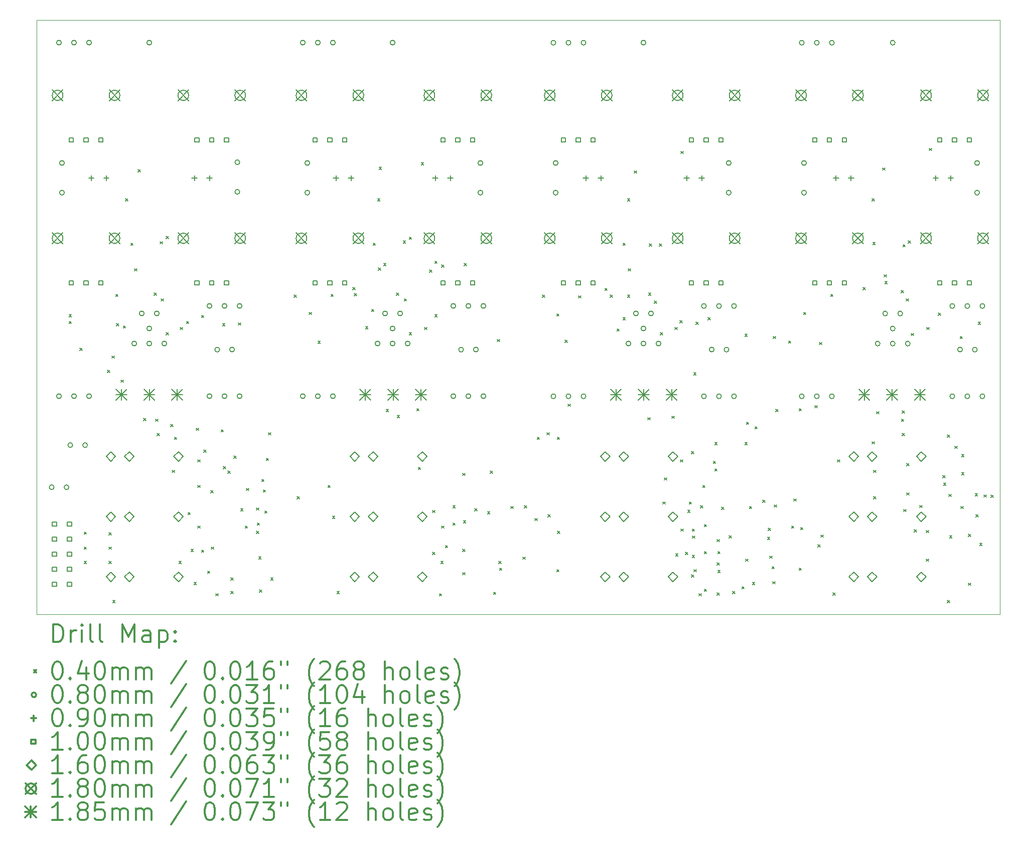
<source format=gbr>
%FSLAX45Y45*%
G04 Gerber Fmt 4.5, Leading zero omitted, Abs format (unit mm)*
G04 Created by KiCad (PCBNEW (5.1.6-0-10_14)) date 2022-01-24 21:06:04*
%MOMM*%
%LPD*%
G01*
G04 APERTURE LIST*
%TA.AperFunction,Profile*%
%ADD10C,0.050000*%
%TD*%
%ADD11C,0.200000*%
%ADD12C,0.300000*%
G04 APERTURE END LIST*
D10*
X6604000Y-14478000D02*
X22860000Y-14478000D01*
X6604000Y-4445000D02*
X6604000Y-14478000D01*
X22860000Y-4445000D02*
X6604000Y-4445000D01*
X22860000Y-14478000D02*
X22860000Y-4445000D01*
D11*
X7155500Y-9530400D02*
X7195500Y-9570400D01*
X7195500Y-9530400D02*
X7155500Y-9570400D01*
X7155500Y-9416100D02*
X7195500Y-9456100D01*
X7195500Y-9416100D02*
X7155500Y-9456100D01*
X7336054Y-9984846D02*
X7376054Y-10024846D01*
X7376054Y-9984846D02*
X7336054Y-10024846D01*
X7409500Y-13086400D02*
X7449500Y-13126400D01*
X7449500Y-13086400D02*
X7409500Y-13126400D01*
X7409500Y-13340400D02*
X7449500Y-13380400D01*
X7449500Y-13340400D02*
X7409500Y-13380400D01*
X7409500Y-13581700D02*
X7449500Y-13621700D01*
X7449500Y-13581700D02*
X7409500Y-13621700D01*
X7803200Y-10355900D02*
X7843200Y-10395900D01*
X7843200Y-10355900D02*
X7803200Y-10395900D01*
X7828600Y-13099100D02*
X7868600Y-13139100D01*
X7868600Y-13099100D02*
X7828600Y-13139100D01*
X7828600Y-13340400D02*
X7868600Y-13380400D01*
X7868600Y-13340400D02*
X7828600Y-13380400D01*
X7828600Y-13581700D02*
X7868600Y-13621700D01*
X7868600Y-13581700D02*
X7828600Y-13621700D01*
X7879400Y-10114600D02*
X7919400Y-10154600D01*
X7919400Y-10114600D02*
X7879400Y-10154600D01*
X7892100Y-14242100D02*
X7932100Y-14282100D01*
X7932100Y-14242100D02*
X7892100Y-14282100D01*
X7942900Y-9073200D02*
X7982900Y-9113200D01*
X7982900Y-9073200D02*
X7942900Y-9113200D01*
X7955600Y-9568500D02*
X7995600Y-9608500D01*
X7995600Y-9568500D02*
X7955600Y-9608500D01*
X8031800Y-10521000D02*
X8071800Y-10561000D01*
X8071800Y-10521000D02*
X8031800Y-10561000D01*
X8069900Y-9606600D02*
X8109900Y-9646600D01*
X8109900Y-9606600D02*
X8069900Y-9646600D01*
X8108000Y-7460300D02*
X8148000Y-7500300D01*
X8148000Y-7460300D02*
X8108000Y-7500300D01*
X8196900Y-8209600D02*
X8236900Y-8249600D01*
X8236900Y-8209600D02*
X8196900Y-8249600D01*
X8260400Y-8641400D02*
X8300400Y-8681400D01*
X8300400Y-8641400D02*
X8260400Y-8681400D01*
X8318154Y-6970746D02*
X8358154Y-7010746D01*
X8358154Y-6970746D02*
X8318154Y-7010746D01*
X8412800Y-11168700D02*
X8452800Y-11208700D01*
X8452800Y-11168700D02*
X8412800Y-11208700D01*
X8590600Y-9053000D02*
X8630600Y-9093000D01*
X8630600Y-9053000D02*
X8590600Y-9093000D01*
X8616000Y-11181400D02*
X8656000Y-11221400D01*
X8656000Y-11181400D02*
X8616000Y-11221400D01*
X8641400Y-11422700D02*
X8681400Y-11462700D01*
X8681400Y-11422700D02*
X8641400Y-11462700D01*
X8692200Y-8184200D02*
X8732200Y-8224200D01*
X8732200Y-8184200D02*
X8692200Y-8224200D01*
X8708000Y-9149400D02*
X8748000Y-9189400D01*
X8748000Y-9149400D02*
X8708000Y-9189400D01*
X8793000Y-8095300D02*
X8833000Y-8135300D01*
X8833000Y-8095300D02*
X8793000Y-8135300D01*
X8793000Y-9720900D02*
X8833000Y-9760900D01*
X8833000Y-9720900D02*
X8793000Y-9760900D01*
X8870000Y-11270300D02*
X8910000Y-11310300D01*
X8910000Y-11270300D02*
X8870000Y-11310300D01*
X8895400Y-12045000D02*
X8935400Y-12085000D01*
X8935400Y-12045000D02*
X8895400Y-12085000D01*
X8933500Y-11486200D02*
X8973500Y-11526200D01*
X8973500Y-11486200D02*
X8933500Y-11526200D01*
X9009700Y-13581700D02*
X9049700Y-13621700D01*
X9049700Y-13581700D02*
X9009700Y-13621700D01*
X9033001Y-9632000D02*
X9073001Y-9672000D01*
X9073001Y-9632000D02*
X9033001Y-9672000D01*
X9136700Y-9530400D02*
X9176700Y-9570400D01*
X9176700Y-9530400D02*
X9136700Y-9570400D01*
X9162100Y-12756200D02*
X9202100Y-12796200D01*
X9202100Y-12756200D02*
X9162100Y-12796200D01*
X9212900Y-13378500D02*
X9252900Y-13418500D01*
X9252900Y-13378500D02*
X9212900Y-13418500D01*
X9263700Y-13937300D02*
X9303700Y-13977300D01*
X9303700Y-13937300D02*
X9263700Y-13977300D01*
X9301800Y-11333800D02*
X9341800Y-11373800D01*
X9341800Y-11333800D02*
X9301800Y-11373800D01*
X9327200Y-11867200D02*
X9367200Y-11907200D01*
X9367200Y-11867200D02*
X9327200Y-11907200D01*
X9327200Y-12299000D02*
X9367200Y-12339000D01*
X9367200Y-12299000D02*
X9327200Y-12339000D01*
X9327200Y-12984800D02*
X9367200Y-13024800D01*
X9367200Y-12984800D02*
X9327200Y-13024800D01*
X9390700Y-9428800D02*
X9430700Y-9468800D01*
X9430700Y-9428800D02*
X9390700Y-9468800D01*
X9390700Y-13391200D02*
X9430700Y-13431200D01*
X9430700Y-13391200D02*
X9390700Y-13431200D01*
X9428800Y-11702100D02*
X9468800Y-11742100D01*
X9468800Y-11702100D02*
X9428800Y-11742100D01*
X9492300Y-13746800D02*
X9532300Y-13786800D01*
X9532300Y-13746800D02*
X9492300Y-13786800D01*
X9549499Y-12387900D02*
X9589499Y-12427900D01*
X9589499Y-12387900D02*
X9549499Y-12427900D01*
X9555800Y-13340400D02*
X9595800Y-13380400D01*
X9595800Y-13340400D02*
X9555800Y-13380400D01*
X9632000Y-14127800D02*
X9672000Y-14167800D01*
X9672000Y-14127800D02*
X9632000Y-14167800D01*
X9721000Y-11359200D02*
X9761000Y-11399200D01*
X9761000Y-11359200D02*
X9721000Y-11399200D01*
X9746300Y-9568500D02*
X9786300Y-9608500D01*
X9786300Y-9568500D02*
X9746300Y-9608500D01*
X9759000Y-11981500D02*
X9799000Y-12021500D01*
X9799000Y-11981500D02*
X9759000Y-12021500D01*
X9835200Y-12057700D02*
X9875200Y-12097700D01*
X9875200Y-12057700D02*
X9835200Y-12097700D01*
X9886000Y-13861100D02*
X9926000Y-13901100D01*
X9926000Y-13861100D02*
X9886000Y-13901100D01*
X9886000Y-14089700D02*
X9926000Y-14129700D01*
X9926000Y-14089700D02*
X9886000Y-14129700D01*
X9936800Y-11803700D02*
X9976800Y-11843700D01*
X9976800Y-11803700D02*
X9936800Y-11843700D01*
X10013000Y-9555800D02*
X10053000Y-9595800D01*
X10053000Y-9555800D02*
X10013000Y-9595800D01*
X10051100Y-12692700D02*
X10091100Y-12732700D01*
X10091100Y-12692700D02*
X10051100Y-12732700D01*
X10127300Y-12984800D02*
X10167300Y-13024800D01*
X10167300Y-12984800D02*
X10127300Y-13024800D01*
X10146250Y-12349800D02*
X10186250Y-12389800D01*
X10186250Y-12349800D02*
X10146250Y-12389800D01*
X10317800Y-12680000D02*
X10357800Y-12720000D01*
X10357800Y-12680000D02*
X10317800Y-12720000D01*
X10317800Y-13073700D02*
X10357800Y-13113700D01*
X10357800Y-13073700D02*
X10317800Y-13113700D01*
X10330500Y-12934000D02*
X10370500Y-12974000D01*
X10370500Y-12934000D02*
X10330500Y-12974000D01*
X10355900Y-13502799D02*
X10395900Y-13542799D01*
X10395900Y-13502799D02*
X10355900Y-13542799D01*
X10368600Y-14064300D02*
X10408600Y-14104300D01*
X10408600Y-14064300D02*
X10368600Y-14104300D01*
X10406700Y-12197400D02*
X10446700Y-12237400D01*
X10446700Y-12197400D02*
X10406700Y-12237400D01*
X10432100Y-12375200D02*
X10472100Y-12415200D01*
X10472100Y-12375200D02*
X10432100Y-12415200D01*
X10457500Y-12730800D02*
X10497500Y-12770800D01*
X10497500Y-12730800D02*
X10457500Y-12770800D01*
X10482900Y-11841800D02*
X10522900Y-11881800D01*
X10522900Y-11841800D02*
X10482900Y-11881800D01*
X10521000Y-11410000D02*
X10561000Y-11450000D01*
X10561000Y-11410000D02*
X10521000Y-11450000D01*
X10559100Y-13861100D02*
X10599100Y-13901100D01*
X10599100Y-13861100D02*
X10559100Y-13901100D01*
X10952800Y-9085900D02*
X10992800Y-9125900D01*
X10992800Y-9085900D02*
X10952800Y-9125900D01*
X11003600Y-12489500D02*
X11043600Y-12529500D01*
X11043600Y-12489500D02*
X11003600Y-12529500D01*
X11206800Y-9378000D02*
X11246800Y-9418000D01*
X11246800Y-9378000D02*
X11206800Y-9418000D01*
X11355502Y-9864298D02*
X11395502Y-9904298D01*
X11395502Y-9864298D02*
X11355502Y-9904298D01*
X11524300Y-12299000D02*
X11564300Y-12339000D01*
X11564300Y-12299000D02*
X11524300Y-12339000D01*
X11575100Y-9073200D02*
X11615100Y-9113200D01*
X11615100Y-9073200D02*
X11575100Y-9113200D01*
X11600500Y-12819700D02*
X11640500Y-12859700D01*
X11640500Y-12819700D02*
X11600500Y-12859700D01*
X11676700Y-14089700D02*
X11716700Y-14129700D01*
X11716700Y-14089700D02*
X11676700Y-14129700D01*
X11943400Y-8958900D02*
X11983400Y-8998900D01*
X11983400Y-8958900D02*
X11943400Y-8998900D01*
X11968800Y-9060500D02*
X12008800Y-9100500D01*
X12008800Y-9060500D02*
X11968800Y-9100500D01*
X12159300Y-9619300D02*
X12199300Y-9659300D01*
X12199300Y-9619300D02*
X12159300Y-9659300D01*
X12260900Y-9327200D02*
X12300900Y-9367200D01*
X12300900Y-9327200D02*
X12260900Y-9367200D01*
X12286300Y-8209600D02*
X12326300Y-8249600D01*
X12326300Y-8209600D02*
X12286300Y-8249600D01*
X12362500Y-7460300D02*
X12402500Y-7500300D01*
X12402500Y-7460300D02*
X12362500Y-7500300D01*
X12375200Y-8628700D02*
X12415200Y-8668700D01*
X12415200Y-8628700D02*
X12375200Y-8668700D01*
X12388504Y-6926296D02*
X12428504Y-6966296D01*
X12428504Y-6926296D02*
X12388504Y-6966296D01*
X12464100Y-8552500D02*
X12504100Y-8592500D01*
X12504100Y-8552500D02*
X12464100Y-8592500D01*
X12505050Y-11016300D02*
X12545050Y-11056300D01*
X12545050Y-11016300D02*
X12505050Y-11056300D01*
X12680000Y-9053000D02*
X12720000Y-9093000D01*
X12720000Y-9053000D02*
X12680000Y-9093000D01*
X12692700Y-11117900D02*
X12732700Y-11157900D01*
X12732700Y-11117900D02*
X12692700Y-11157900D01*
X12794300Y-8171500D02*
X12834300Y-8211500D01*
X12834300Y-8171500D02*
X12794300Y-8211500D01*
X12810900Y-9149400D02*
X12850900Y-9189400D01*
X12850900Y-9149400D02*
X12810900Y-9189400D01*
X12895900Y-8108000D02*
X12935900Y-8148000D01*
X12935900Y-8108000D02*
X12895900Y-8148000D01*
X12895900Y-9720900D02*
X12935900Y-9760900D01*
X12935900Y-9720900D02*
X12895900Y-9760900D01*
X13022900Y-11003600D02*
X13062900Y-11043600D01*
X13062900Y-11003600D02*
X13022900Y-11043600D01*
X13048300Y-11994200D02*
X13088300Y-12034200D01*
X13088300Y-11994200D02*
X13048300Y-12034200D01*
X13099100Y-6850700D02*
X13139100Y-6890700D01*
X13139100Y-6850700D02*
X13099100Y-6890700D01*
X13156000Y-9632000D02*
X13196000Y-9672000D01*
X13196000Y-9632000D02*
X13156000Y-9672000D01*
X13241000Y-8663000D02*
X13281000Y-8703000D01*
X13281000Y-8663000D02*
X13241000Y-8703000D01*
X13289600Y-12722000D02*
X13329600Y-12762000D01*
X13329600Y-12722000D02*
X13289600Y-12762000D01*
X13289600Y-13429300D02*
X13329600Y-13469300D01*
X13329600Y-13429300D02*
X13289600Y-13469300D01*
X13327700Y-8514400D02*
X13367700Y-8554400D01*
X13367700Y-8514400D02*
X13327700Y-8554400D01*
X13327700Y-9416100D02*
X13367700Y-9456100D01*
X13367700Y-9416100D02*
X13327700Y-9456100D01*
X13403900Y-14127800D02*
X13443900Y-14167800D01*
X13443900Y-14127800D02*
X13403900Y-14167800D01*
X13429300Y-13581700D02*
X13469300Y-13621700D01*
X13469300Y-13581700D02*
X13429300Y-13621700D01*
X13442000Y-8577900D02*
X13482000Y-8617900D01*
X13482000Y-8577900D02*
X13442000Y-8617900D01*
X13442000Y-12984800D02*
X13482000Y-13024800D01*
X13482000Y-12984800D02*
X13442000Y-13024800D01*
X13505500Y-13315000D02*
X13545500Y-13355000D01*
X13545500Y-13315000D02*
X13505500Y-13355000D01*
X13632500Y-12934000D02*
X13672500Y-12974000D01*
X13672500Y-12934000D02*
X13632500Y-12974000D01*
X13632990Y-12641409D02*
X13672990Y-12681409D01*
X13672990Y-12641409D02*
X13632990Y-12681409D01*
X13797600Y-12095800D02*
X13837600Y-12135800D01*
X13837600Y-12095800D02*
X13797600Y-12135800D01*
X13797600Y-13378500D02*
X13837600Y-13418500D01*
X13837600Y-13378500D02*
X13797600Y-13418500D01*
X13797600Y-13772200D02*
X13837600Y-13812200D01*
X13837600Y-13772200D02*
X13797600Y-13812200D01*
X13810300Y-12895900D02*
X13850300Y-12935900D01*
X13850300Y-12895900D02*
X13810300Y-12935900D01*
X13823000Y-8552500D02*
X13863000Y-8592500D01*
X13863000Y-8552500D02*
X13823000Y-8592500D01*
X14000800Y-12692700D02*
X14040800Y-12732700D01*
X14040800Y-12692700D02*
X14000800Y-12732700D01*
X14216700Y-12743500D02*
X14256700Y-12783500D01*
X14256700Y-12743500D02*
X14216700Y-12783500D01*
X14265146Y-12055346D02*
X14305146Y-12095346D01*
X14305146Y-12055346D02*
X14265146Y-12095346D01*
X14318300Y-14102400D02*
X14358300Y-14142400D01*
X14358300Y-14102400D02*
X14318300Y-14142400D01*
X14381800Y-9835200D02*
X14421800Y-9875200D01*
X14421800Y-9835200D02*
X14381800Y-9875200D01*
X14407200Y-13581700D02*
X14447200Y-13621700D01*
X14447200Y-13581700D02*
X14407200Y-13621700D01*
X14419900Y-13696000D02*
X14459900Y-13736000D01*
X14459900Y-13696000D02*
X14419900Y-13736000D01*
X14610400Y-12654600D02*
X14650400Y-12694600D01*
X14650400Y-12654600D02*
X14610400Y-12694600D01*
X14813600Y-13509200D02*
X14853600Y-13549200D01*
X14853600Y-13509200D02*
X14813600Y-13549200D01*
X14839000Y-12641900D02*
X14879000Y-12681900D01*
X14879000Y-12641900D02*
X14839000Y-12681900D01*
X15016800Y-12857800D02*
X15056800Y-12897800D01*
X15056800Y-12857800D02*
X15016800Y-12897800D01*
X15054900Y-11486200D02*
X15094900Y-11526200D01*
X15094900Y-11486200D02*
X15054900Y-11526200D01*
X15143800Y-9085900D02*
X15183800Y-9125900D01*
X15183800Y-9085900D02*
X15143800Y-9125900D01*
X15220000Y-11410000D02*
X15260000Y-11450000D01*
X15260000Y-11410000D02*
X15220000Y-11450000D01*
X15235654Y-12791346D02*
X15275654Y-12831346D01*
X15275654Y-12791346D02*
X15235654Y-12831346D01*
X15385100Y-9403400D02*
X15425100Y-9443400D01*
X15425100Y-9403400D02*
X15385100Y-9443400D01*
X15385100Y-13721400D02*
X15425100Y-13761400D01*
X15425100Y-13721400D02*
X15385100Y-13761400D01*
X15393751Y-11486200D02*
X15433751Y-11526200D01*
X15433751Y-11486200D02*
X15393751Y-11526200D01*
X15397800Y-13073700D02*
X15437800Y-13113700D01*
X15437800Y-13073700D02*
X15397800Y-13113700D01*
X15527452Y-9845248D02*
X15567452Y-9885248D01*
X15567452Y-9845248D02*
X15527452Y-9885248D01*
X15575600Y-10927400D02*
X15615600Y-10967400D01*
X15615600Y-10927400D02*
X15575600Y-10967400D01*
X15753400Y-9098600D02*
X15793400Y-9138600D01*
X15793400Y-9098600D02*
X15753400Y-9138600D01*
X16197900Y-8971600D02*
X16237900Y-9011600D01*
X16237900Y-8971600D02*
X16197900Y-9011600D01*
X16286800Y-9085900D02*
X16326800Y-9125900D01*
X16326800Y-9085900D02*
X16286800Y-9125900D01*
X16401100Y-9657400D02*
X16441100Y-9697400D01*
X16441100Y-9657400D02*
X16401100Y-9697400D01*
X16502700Y-8209600D02*
X16542700Y-8249600D01*
X16542700Y-8209600D02*
X16502700Y-8249600D01*
X16502700Y-9466900D02*
X16542700Y-9506900D01*
X16542700Y-9466900D02*
X16502700Y-9506900D01*
X16578900Y-7460300D02*
X16618900Y-7500300D01*
X16618900Y-7460300D02*
X16578900Y-7500300D01*
X16578900Y-9085900D02*
X16618900Y-9125900D01*
X16618900Y-9085900D02*
X16578900Y-9125900D01*
X16591600Y-8641400D02*
X16631600Y-8681400D01*
X16631600Y-8641400D02*
X16591600Y-8681400D01*
X16693200Y-6990400D02*
X16733200Y-7030400D01*
X16733200Y-6990400D02*
X16693200Y-7030400D01*
X16921800Y-11156000D02*
X16961800Y-11196000D01*
X16961800Y-11156000D02*
X16921800Y-11196000D01*
X16934500Y-9053000D02*
X16974500Y-9093000D01*
X16974500Y-9053000D02*
X16934500Y-9093000D01*
X16947200Y-8222300D02*
X16987200Y-8262300D01*
X16987200Y-8222300D02*
X16947200Y-8262300D01*
X17030794Y-9183663D02*
X17070794Y-9223663D01*
X17070794Y-9183663D02*
X17030794Y-9223663D01*
X17118750Y-8222300D02*
X17158750Y-8262300D01*
X17158750Y-8222300D02*
X17118750Y-8262300D01*
X17132667Y-9717000D02*
X17172667Y-9757000D01*
X17172667Y-9717000D02*
X17132667Y-9757000D01*
X17175800Y-12578400D02*
X17215800Y-12618400D01*
X17215800Y-12578400D02*
X17175800Y-12618400D01*
X17201200Y-12172000D02*
X17241200Y-12212000D01*
X17241200Y-12172000D02*
X17201200Y-12212000D01*
X17328200Y-11130600D02*
X17368200Y-11170600D01*
X17368200Y-11130600D02*
X17328200Y-11170600D01*
X17379000Y-9632000D02*
X17419000Y-9672000D01*
X17419000Y-9632000D02*
X17379000Y-9672000D01*
X17391700Y-13454700D02*
X17431700Y-13494700D01*
X17431700Y-13454700D02*
X17391700Y-13494700D01*
X17464000Y-9517700D02*
X17504000Y-9557700D01*
X17504000Y-9517700D02*
X17464000Y-9557700D01*
X17471651Y-11867200D02*
X17511651Y-11907200D01*
X17511651Y-11867200D02*
X17471651Y-11907200D01*
X17480600Y-6660200D02*
X17520600Y-6700200D01*
X17520600Y-6660200D02*
X17480600Y-6700200D01*
X17480600Y-13035600D02*
X17520600Y-13075600D01*
X17520600Y-13035600D02*
X17480600Y-13075600D01*
X17556800Y-13429300D02*
X17596800Y-13469300D01*
X17596800Y-13429300D02*
X17556800Y-13469300D01*
X17594900Y-12718100D02*
X17634900Y-12758100D01*
X17634900Y-12718100D02*
X17594900Y-12758100D01*
X17620300Y-12578400D02*
X17660300Y-12618400D01*
X17660300Y-12578400D02*
X17620300Y-12618400D01*
X17658400Y-11727500D02*
X17698400Y-11767500D01*
X17698400Y-11727500D02*
X17658400Y-11767500D01*
X17658400Y-13810300D02*
X17698400Y-13850300D01*
X17698400Y-13810300D02*
X17658400Y-13850300D01*
X17671100Y-13035600D02*
X17711100Y-13075600D01*
X17711100Y-13035600D02*
X17671100Y-13075600D01*
X17671100Y-13480100D02*
X17711100Y-13520100D01*
X17711100Y-13480100D02*
X17671100Y-13520100D01*
X17674054Y-13152854D02*
X17714054Y-13192854D01*
X17714054Y-13152854D02*
X17674054Y-13192854D01*
X17696600Y-10398954D02*
X17736600Y-10438954D01*
X17736600Y-10398954D02*
X17696600Y-10438954D01*
X17701597Y-13720111D02*
X17741597Y-13760111D01*
X17741597Y-13720111D02*
X17701597Y-13760111D01*
X17735004Y-9542696D02*
X17775004Y-9582696D01*
X17775004Y-9542696D02*
X17735004Y-9582696D01*
X17785400Y-14127800D02*
X17825400Y-14167800D01*
X17825400Y-14127800D02*
X17785400Y-14167800D01*
X17810800Y-12641900D02*
X17850800Y-12681900D01*
X17850800Y-12641900D02*
X17810800Y-12681900D01*
X17848900Y-12299000D02*
X17888900Y-12339000D01*
X17888900Y-12299000D02*
X17848900Y-12339000D01*
X17874300Y-12959400D02*
X17914300Y-12999400D01*
X17914300Y-12959400D02*
X17874300Y-12999400D01*
X17874300Y-13416600D02*
X17914300Y-13456600D01*
X17914300Y-13416600D02*
X17874300Y-13456600D01*
X17874300Y-14051600D02*
X17914300Y-14091600D01*
X17914300Y-14051600D02*
X17874300Y-14091600D01*
X17937800Y-9466900D02*
X17977800Y-9506900D01*
X17977800Y-9466900D02*
X17937800Y-9506900D01*
X18026700Y-11892600D02*
X18066700Y-11932600D01*
X18066700Y-11892600D02*
X18026700Y-11932600D01*
X18052100Y-11575100D02*
X18092100Y-11615100D01*
X18092100Y-11575100D02*
X18052100Y-11615100D01*
X18052100Y-12019600D02*
X18092100Y-12059600D01*
X18092100Y-12019600D02*
X18052100Y-12059600D01*
X18090200Y-13213400D02*
X18130200Y-13253400D01*
X18130200Y-13213400D02*
X18090200Y-13253400D01*
X18090200Y-13607100D02*
X18130200Y-13647100D01*
X18130200Y-13607100D02*
X18090200Y-13647100D01*
X18090200Y-14115100D02*
X18130200Y-14155100D01*
X18130200Y-14115100D02*
X18090200Y-14155100D01*
X18102900Y-13416600D02*
X18142900Y-13456600D01*
X18142900Y-13416600D02*
X18102900Y-13456600D01*
X18102900Y-13734100D02*
X18142900Y-13774100D01*
X18142900Y-13734100D02*
X18102900Y-13774100D01*
X18166400Y-12667300D02*
X18206400Y-12707300D01*
X18206400Y-12667300D02*
X18166400Y-12707300D01*
X18295699Y-13147026D02*
X18335699Y-13187026D01*
X18335699Y-13147026D02*
X18295699Y-13187026D01*
X18353785Y-14087516D02*
X18393785Y-14127516D01*
X18393785Y-14087516D02*
X18353785Y-14127516D01*
X18509300Y-14007301D02*
X18549300Y-14047301D01*
X18549300Y-14007301D02*
X18509300Y-14047301D01*
X18560100Y-9746300D02*
X18600100Y-9786300D01*
X18600100Y-9746300D02*
X18560100Y-9786300D01*
X18560100Y-11575100D02*
X18600100Y-11615100D01*
X18600100Y-11575100D02*
X18560100Y-11615100D01*
X18572800Y-13543600D02*
X18612800Y-13583600D01*
X18612800Y-13543600D02*
X18572800Y-13583600D01*
X18585500Y-11232200D02*
X18625500Y-11272200D01*
X18625500Y-11232200D02*
X18585500Y-11272200D01*
X18636300Y-12654600D02*
X18676300Y-12694600D01*
X18676300Y-12654600D02*
X18636300Y-12694600D01*
X18687100Y-13937300D02*
X18727100Y-13977300D01*
X18727100Y-13937300D02*
X18687100Y-13977300D01*
X18728798Y-11308400D02*
X18768798Y-11348400D01*
X18768798Y-11308400D02*
X18728798Y-11348400D01*
X18860229Y-12544971D02*
X18900229Y-12584971D01*
X18900229Y-12544971D02*
X18860229Y-12584971D01*
X18941100Y-13175300D02*
X18981100Y-13215300D01*
X18981100Y-13175300D02*
X18941100Y-13215300D01*
X18953800Y-13022900D02*
X18993800Y-13062900D01*
X18993800Y-13022900D02*
X18953800Y-13062900D01*
X18979200Y-13492800D02*
X19019200Y-13532800D01*
X19019200Y-13492800D02*
X18979200Y-13532800D01*
X19017300Y-13670600D02*
X19057300Y-13710600D01*
X19057300Y-13670600D02*
X19017300Y-13710600D01*
X19030000Y-13924499D02*
X19070000Y-13964499D01*
X19070000Y-13924499D02*
X19030000Y-13964499D01*
X19038800Y-9784400D02*
X19078800Y-9824400D01*
X19078800Y-9784400D02*
X19038800Y-9824400D01*
X19055400Y-12629200D02*
X19095400Y-12669200D01*
X19095400Y-12629200D02*
X19055400Y-12669200D01*
X19080800Y-11016300D02*
X19120800Y-11056300D01*
X19120800Y-11016300D02*
X19080800Y-11056300D01*
X19296700Y-9860600D02*
X19336700Y-9900600D01*
X19336700Y-9860600D02*
X19296700Y-9900600D01*
X19347500Y-12984800D02*
X19387500Y-13024800D01*
X19387500Y-12984800D02*
X19347500Y-13024800D01*
X19385600Y-12527600D02*
X19425600Y-12567600D01*
X19425600Y-12527600D02*
X19385600Y-12567600D01*
X19474500Y-11003600D02*
X19514500Y-11043600D01*
X19514500Y-11003600D02*
X19474500Y-11043600D01*
X19474500Y-13696000D02*
X19514500Y-13736000D01*
X19514500Y-13696000D02*
X19474500Y-13736000D01*
X19499900Y-13010200D02*
X19539900Y-13050200D01*
X19539900Y-13010200D02*
X19499900Y-13050200D01*
X19550700Y-9378000D02*
X19590700Y-9418000D01*
X19590700Y-9378000D02*
X19550700Y-9418000D01*
X19741200Y-10952800D02*
X19781200Y-10992800D01*
X19781200Y-10952800D02*
X19741200Y-10992800D01*
X19792000Y-13302300D02*
X19832000Y-13342300D01*
X19832000Y-13302300D02*
X19792000Y-13342300D01*
X19817400Y-9886000D02*
X19857400Y-9926000D01*
X19857400Y-9886000D02*
X19817400Y-9926000D01*
X19842800Y-13137200D02*
X19882800Y-13177200D01*
X19882800Y-13137200D02*
X19842800Y-13177200D01*
X20007900Y-9073200D02*
X20047900Y-9113200D01*
X20047900Y-9073200D02*
X20007900Y-9113200D01*
X20046000Y-14115100D02*
X20086000Y-14155100D01*
X20086000Y-14115100D02*
X20046000Y-14155100D01*
X20122200Y-11867200D02*
X20162200Y-11907200D01*
X20162200Y-11867200D02*
X20122200Y-11907200D01*
X20554000Y-8958900D02*
X20594000Y-8998900D01*
X20594000Y-8958900D02*
X20554000Y-8998900D01*
X20706400Y-7460300D02*
X20746400Y-7500300D01*
X20746400Y-7460300D02*
X20706400Y-7500300D01*
X20706400Y-11562400D02*
X20746400Y-11602400D01*
X20746400Y-11562400D02*
X20706400Y-11602400D01*
X20719100Y-8196900D02*
X20759100Y-8236900D01*
X20759100Y-8196900D02*
X20719100Y-8236900D01*
X20731800Y-12045000D02*
X20771800Y-12085000D01*
X20771800Y-12045000D02*
X20731800Y-12085000D01*
X20731800Y-12489500D02*
X20771800Y-12529500D01*
X20771800Y-12489500D02*
X20731800Y-12529500D01*
X20782600Y-11054400D02*
X20822600Y-11094400D01*
X20822600Y-11054400D02*
X20782600Y-11094400D01*
X20884200Y-6939600D02*
X20924200Y-6979600D01*
X20924200Y-6939600D02*
X20884200Y-6979600D01*
X20909600Y-8743000D02*
X20949600Y-8783000D01*
X20949600Y-8743000D02*
X20909600Y-8783000D01*
X20922300Y-8857300D02*
X20962300Y-8897300D01*
X20962300Y-8857300D02*
X20922300Y-8897300D01*
X21196800Y-9009700D02*
X21236800Y-9049700D01*
X21236800Y-9009700D02*
X21196800Y-9049700D01*
X21201700Y-11181400D02*
X21241700Y-11221400D01*
X21241700Y-11181400D02*
X21201700Y-11221400D01*
X21214400Y-11041700D02*
X21254400Y-11081700D01*
X21254400Y-11041700D02*
X21214400Y-11081700D01*
X21214400Y-11422700D02*
X21254400Y-11462700D01*
X21254400Y-11422700D02*
X21214400Y-11462700D01*
X21227100Y-8235000D02*
X21267100Y-8275000D01*
X21267100Y-8235000D02*
X21227100Y-8275000D01*
X21239800Y-12705400D02*
X21279800Y-12745400D01*
X21279800Y-12705400D02*
X21239800Y-12745400D01*
X21281800Y-9149400D02*
X21321800Y-9189400D01*
X21321800Y-9149400D02*
X21281800Y-9189400D01*
X21290600Y-11930700D02*
X21330600Y-11970700D01*
X21330600Y-11930700D02*
X21290600Y-11970700D01*
X21290600Y-12426000D02*
X21330600Y-12466000D01*
X21330600Y-12426000D02*
X21290600Y-12466000D01*
X21316000Y-8171500D02*
X21356000Y-8211500D01*
X21356000Y-8171500D02*
X21316000Y-8211500D01*
X21366800Y-9733600D02*
X21406800Y-9773600D01*
X21406800Y-9733600D02*
X21366800Y-9773600D01*
X21417600Y-13048300D02*
X21457600Y-13088300D01*
X21457600Y-13048300D02*
X21417600Y-13088300D01*
X21513227Y-12635927D02*
X21553227Y-12675927D01*
X21553227Y-12635927D02*
X21513227Y-12675927D01*
X21620800Y-13061000D02*
X21660800Y-13101000D01*
X21660800Y-13061000D02*
X21620800Y-13101000D01*
X21620800Y-13543600D02*
X21660800Y-13583600D01*
X21660800Y-13543600D02*
X21620800Y-13583600D01*
X21628978Y-9632000D02*
X21668978Y-9672000D01*
X21668978Y-9632000D02*
X21628978Y-9672000D01*
X21671600Y-6609400D02*
X21711600Y-6649400D01*
X21711600Y-6609400D02*
X21671600Y-6649400D01*
X21824000Y-9390700D02*
X21864000Y-9430700D01*
X21864000Y-9390700D02*
X21824000Y-9430700D01*
X21900200Y-12133900D02*
X21940200Y-12173900D01*
X21940200Y-12133900D02*
X21900200Y-12173900D01*
X21912900Y-12260900D02*
X21952900Y-12300900D01*
X21952900Y-12260900D02*
X21912900Y-12300900D01*
X21976400Y-11448100D02*
X22016400Y-11488100D01*
X22016400Y-11448100D02*
X21976400Y-11488100D01*
X21976400Y-14242100D02*
X22016400Y-14282100D01*
X22016400Y-14242100D02*
X21976400Y-14282100D01*
X22001800Y-12451400D02*
X22041800Y-12491400D01*
X22041800Y-12451400D02*
X22001800Y-12491400D01*
X22014500Y-13149900D02*
X22054500Y-13189900D01*
X22054500Y-13149900D02*
X22014500Y-13189900D01*
X22103330Y-11638670D02*
X22143330Y-11678670D01*
X22143330Y-11638670D02*
X22103330Y-11678670D01*
X22192300Y-9784400D02*
X22232300Y-9824400D01*
X22232300Y-9784400D02*
X22192300Y-9824400D01*
X22205000Y-12654600D02*
X22245000Y-12694600D01*
X22245000Y-12654600D02*
X22205000Y-12694600D01*
X22217700Y-11778300D02*
X22257700Y-11818300D01*
X22257700Y-11778300D02*
X22217700Y-11818300D01*
X22217700Y-12083100D02*
X22257700Y-12123100D01*
X22257700Y-12083100D02*
X22217700Y-12123100D01*
X22332000Y-13124500D02*
X22372000Y-13164500D01*
X22372000Y-13124500D02*
X22332000Y-13164500D01*
X22332000Y-13950000D02*
X22372000Y-13990000D01*
X22372000Y-13950000D02*
X22332000Y-13990000D01*
X22446300Y-12438700D02*
X22486300Y-12478700D01*
X22486300Y-12438700D02*
X22446300Y-12478700D01*
X22459000Y-12794300D02*
X22499000Y-12834300D01*
X22499000Y-12794300D02*
X22459000Y-12834300D01*
X22497100Y-9543100D02*
X22537100Y-9583100D01*
X22537100Y-9543100D02*
X22497100Y-9583100D01*
X22522500Y-13276900D02*
X22562500Y-13316900D01*
X22562500Y-13276900D02*
X22522500Y-13316900D01*
X22592408Y-12459129D02*
X22632408Y-12499129D01*
X22632408Y-12459129D02*
X22592408Y-12499129D01*
X22713000Y-12464100D02*
X22753000Y-12504100D01*
X22753000Y-12464100D02*
X22713000Y-12504100D01*
X22519000Y-6858000D02*
G75*
G03*
X22519000Y-6858000I-40000J0D01*
G01*
X22519000Y-7358000D02*
G75*
G03*
X22519000Y-7358000I-40000J0D01*
G01*
X6902000Y-12331700D02*
G75*
G03*
X6902000Y-12331700I-40000J0D01*
G01*
X7152000Y-12331700D02*
G75*
G03*
X7152000Y-12331700I-40000J0D01*
G01*
X20841000Y-9906000D02*
G75*
G03*
X20841000Y-9906000I-40000J0D01*
G01*
X20968000Y-9398000D02*
G75*
G03*
X20968000Y-9398000I-40000J0D01*
G01*
X21095000Y-4826000D02*
G75*
G03*
X21095000Y-4826000I-40000J0D01*
G01*
X21095000Y-9652000D02*
G75*
G03*
X21095000Y-9652000I-40000J0D01*
G01*
X21095000Y-9906000D02*
G75*
G03*
X21095000Y-9906000I-40000J0D01*
G01*
X21222000Y-9398000D02*
G75*
G03*
X21222000Y-9398000I-40000J0D01*
G01*
X21349000Y-9906000D02*
G75*
G03*
X21349000Y-9906000I-40000J0D01*
G01*
X9565000Y-9271000D02*
G75*
G03*
X9565000Y-9271000I-40000J0D01*
G01*
X9819000Y-9271000D02*
G75*
G03*
X9819000Y-9271000I-40000J0D01*
G01*
X10073000Y-9271000D02*
G75*
G03*
X10073000Y-9271000I-40000J0D01*
G01*
X11216000Y-6858000D02*
G75*
G03*
X11216000Y-6858000I-40000J0D01*
G01*
X11216000Y-7358000D02*
G75*
G03*
X11216000Y-7358000I-40000J0D01*
G01*
X11139800Y-10795000D02*
G75*
G03*
X11139800Y-10795000I-40000J0D01*
G01*
X11393800Y-10795000D02*
G75*
G03*
X11393800Y-10795000I-40000J0D01*
G01*
X11647800Y-10795000D02*
G75*
G03*
X11647800Y-10795000I-40000J0D01*
G01*
X19559900Y-4826000D02*
G75*
G03*
X19559900Y-4826000I-40000J0D01*
G01*
X19813900Y-4826000D02*
G75*
G03*
X19813900Y-4826000I-40000J0D01*
G01*
X20067900Y-4826000D02*
G75*
G03*
X20067900Y-4826000I-40000J0D01*
G01*
X22099900Y-10795000D02*
G75*
G03*
X22099900Y-10795000I-40000J0D01*
G01*
X22353900Y-10795000D02*
G75*
G03*
X22353900Y-10795000I-40000J0D01*
G01*
X22607900Y-10795000D02*
G75*
G03*
X22607900Y-10795000I-40000J0D01*
G01*
X9696000Y-10007600D02*
G75*
G03*
X9696000Y-10007600I-40000J0D01*
G01*
X9946000Y-10007600D02*
G75*
G03*
X9946000Y-10007600I-40000J0D01*
G01*
X17908900Y-9271000D02*
G75*
G03*
X17908900Y-9271000I-40000J0D01*
G01*
X18162900Y-9271000D02*
G75*
G03*
X18162900Y-9271000I-40000J0D01*
G01*
X18416900Y-9271000D02*
G75*
G03*
X18416900Y-9271000I-40000J0D01*
G01*
X7025000Y-4826000D02*
G75*
G03*
X7025000Y-4826000I-40000J0D01*
G01*
X7279000Y-4826000D02*
G75*
G03*
X7279000Y-4826000I-40000J0D01*
G01*
X7533000Y-4826000D02*
G75*
G03*
X7533000Y-4826000I-40000J0D01*
G01*
X13679800Y-9271000D02*
G75*
G03*
X13679800Y-9271000I-40000J0D01*
G01*
X13933800Y-9271000D02*
G75*
G03*
X13933800Y-9271000I-40000J0D01*
G01*
X14187800Y-9271000D02*
G75*
G03*
X14187800Y-9271000I-40000J0D01*
G01*
X22230900Y-10007600D02*
G75*
G03*
X22230900Y-10007600I-40000J0D01*
G01*
X22480900Y-10007600D02*
G75*
G03*
X22480900Y-10007600I-40000J0D01*
G01*
X13679800Y-10795000D02*
G75*
G03*
X13679800Y-10795000I-40000J0D01*
G01*
X13933800Y-10795000D02*
G75*
G03*
X13933800Y-10795000I-40000J0D01*
G01*
X14187800Y-10795000D02*
G75*
G03*
X14187800Y-10795000I-40000J0D01*
G01*
X15368900Y-10795000D02*
G75*
G03*
X15368900Y-10795000I-40000J0D01*
G01*
X15622900Y-10795000D02*
G75*
G03*
X15622900Y-10795000I-40000J0D01*
G01*
X15876900Y-10795000D02*
G75*
G03*
X15876900Y-10795000I-40000J0D01*
G01*
X14137000Y-6858000D02*
G75*
G03*
X14137000Y-6858000I-40000J0D01*
G01*
X14137000Y-7358000D02*
G75*
G03*
X14137000Y-7358000I-40000J0D01*
G01*
X8295000Y-9906000D02*
G75*
G03*
X8295000Y-9906000I-40000J0D01*
G01*
X8422000Y-9398000D02*
G75*
G03*
X8422000Y-9398000I-40000J0D01*
G01*
X8549000Y-4826000D02*
G75*
G03*
X8549000Y-4826000I-40000J0D01*
G01*
X8549000Y-9652000D02*
G75*
G03*
X8549000Y-9652000I-40000J0D01*
G01*
X8549000Y-9906000D02*
G75*
G03*
X8549000Y-9906000I-40000J0D01*
G01*
X8676000Y-9398000D02*
G75*
G03*
X8676000Y-9398000I-40000J0D01*
G01*
X8803000Y-9906000D02*
G75*
G03*
X8803000Y-9906000I-40000J0D01*
G01*
X18039900Y-10007600D02*
G75*
G03*
X18039900Y-10007600I-40000J0D01*
G01*
X18289900Y-10007600D02*
G75*
G03*
X18289900Y-10007600I-40000J0D01*
G01*
X7075800Y-6858000D02*
G75*
G03*
X7075800Y-6858000I-40000J0D01*
G01*
X7075800Y-7358000D02*
G75*
G03*
X7075800Y-7358000I-40000J0D01*
G01*
X15368900Y-4826000D02*
G75*
G03*
X15368900Y-4826000I-40000J0D01*
G01*
X15622900Y-4826000D02*
G75*
G03*
X15622900Y-4826000I-40000J0D01*
G01*
X15876900Y-4826000D02*
G75*
G03*
X15876900Y-4826000I-40000J0D01*
G01*
X10034900Y-6845300D02*
G75*
G03*
X10034900Y-6845300I-40000J0D01*
G01*
X10034900Y-7345300D02*
G75*
G03*
X10034900Y-7345300I-40000J0D01*
G01*
X19559900Y-10795000D02*
G75*
G03*
X19559900Y-10795000I-40000J0D01*
G01*
X19813900Y-10795000D02*
G75*
G03*
X19813900Y-10795000I-40000J0D01*
G01*
X20067900Y-10795000D02*
G75*
G03*
X20067900Y-10795000I-40000J0D01*
G01*
X16634667Y-9906000D02*
G75*
G03*
X16634667Y-9906000I-40000J0D01*
G01*
X16761667Y-9398000D02*
G75*
G03*
X16761667Y-9398000I-40000J0D01*
G01*
X16888667Y-4826000D02*
G75*
G03*
X16888667Y-4826000I-40000J0D01*
G01*
X16888667Y-9652000D02*
G75*
G03*
X16888667Y-9652000I-40000J0D01*
G01*
X16888667Y-9906000D02*
G75*
G03*
X16888667Y-9906000I-40000J0D01*
G01*
X17015667Y-9398000D02*
G75*
G03*
X17015667Y-9398000I-40000J0D01*
G01*
X17142667Y-9906000D02*
G75*
G03*
X17142667Y-9906000I-40000J0D01*
G01*
X13810800Y-10007600D02*
G75*
G03*
X13810800Y-10007600I-40000J0D01*
G01*
X14060800Y-10007600D02*
G75*
G03*
X14060800Y-10007600I-40000J0D01*
G01*
X22099900Y-9271000D02*
G75*
G03*
X22099900Y-9271000I-40000J0D01*
G01*
X22353900Y-9271000D02*
G75*
G03*
X22353900Y-9271000I-40000J0D01*
G01*
X22607900Y-9271000D02*
G75*
G03*
X22607900Y-9271000I-40000J0D01*
G01*
X7025000Y-10795000D02*
G75*
G03*
X7025000Y-10795000I-40000J0D01*
G01*
X7279000Y-10795000D02*
G75*
G03*
X7279000Y-10795000I-40000J0D01*
G01*
X7533000Y-10795000D02*
G75*
G03*
X7533000Y-10795000I-40000J0D01*
G01*
X7215500Y-11620500D02*
G75*
G03*
X7215500Y-11620500I-40000J0D01*
G01*
X7465500Y-11620500D02*
G75*
G03*
X7465500Y-11620500I-40000J0D01*
G01*
X17908900Y-10795000D02*
G75*
G03*
X17908900Y-10795000I-40000J0D01*
G01*
X18162900Y-10795000D02*
G75*
G03*
X18162900Y-10795000I-40000J0D01*
G01*
X18416900Y-10795000D02*
G75*
G03*
X18416900Y-10795000I-40000J0D01*
G01*
X15407000Y-6858000D02*
G75*
G03*
X15407000Y-6858000I-40000J0D01*
G01*
X15407000Y-7358000D02*
G75*
G03*
X15407000Y-7358000I-40000J0D01*
G01*
X12401333Y-9906000D02*
G75*
G03*
X12401333Y-9906000I-40000J0D01*
G01*
X12528333Y-9398000D02*
G75*
G03*
X12528333Y-9398000I-40000J0D01*
G01*
X12655333Y-4826000D02*
G75*
G03*
X12655333Y-4826000I-40000J0D01*
G01*
X12655333Y-9652000D02*
G75*
G03*
X12655333Y-9652000I-40000J0D01*
G01*
X12655333Y-9906000D02*
G75*
G03*
X12655333Y-9906000I-40000J0D01*
G01*
X12782333Y-9398000D02*
G75*
G03*
X12782333Y-9398000I-40000J0D01*
G01*
X12909333Y-9906000D02*
G75*
G03*
X12909333Y-9906000I-40000J0D01*
G01*
X19598000Y-6858000D02*
G75*
G03*
X19598000Y-6858000I-40000J0D01*
G01*
X19598000Y-7358000D02*
G75*
G03*
X19598000Y-7358000I-40000J0D01*
G01*
X11139800Y-4826000D02*
G75*
G03*
X11139800Y-4826000I-40000J0D01*
G01*
X11393800Y-4826000D02*
G75*
G03*
X11393800Y-4826000I-40000J0D01*
G01*
X11647800Y-4826000D02*
G75*
G03*
X11647800Y-4826000I-40000J0D01*
G01*
X9565000Y-10795000D02*
G75*
G03*
X9565000Y-10795000I-40000J0D01*
G01*
X9819000Y-10795000D02*
G75*
G03*
X9819000Y-10795000I-40000J0D01*
G01*
X10073000Y-10795000D02*
G75*
G03*
X10073000Y-10795000I-40000J0D01*
G01*
X18328000Y-6858000D02*
G75*
G03*
X18328000Y-6858000I-40000J0D01*
G01*
X18328000Y-7358000D02*
G75*
G03*
X18328000Y-7358000I-40000J0D01*
G01*
X11658600Y-7067000D02*
X11658600Y-7157000D01*
X11613600Y-7112000D02*
X11703600Y-7112000D01*
X13335000Y-7067000D02*
X13335000Y-7157000D01*
X13290000Y-7112000D02*
X13380000Y-7112000D01*
X15875000Y-7067000D02*
X15875000Y-7157000D01*
X15830000Y-7112000D02*
X15920000Y-7112000D01*
X16129000Y-7067000D02*
X16129000Y-7157000D01*
X16084000Y-7112000D02*
X16174000Y-7112000D01*
X17576800Y-7067000D02*
X17576800Y-7157000D01*
X17531800Y-7112000D02*
X17621800Y-7112000D01*
X17830800Y-7067000D02*
X17830800Y-7157000D01*
X17785800Y-7112000D02*
X17875800Y-7112000D01*
X7531100Y-7067000D02*
X7531100Y-7157000D01*
X7486100Y-7112000D02*
X7576100Y-7112000D01*
X7785100Y-7067000D02*
X7785100Y-7157000D01*
X7740100Y-7112000D02*
X7830100Y-7112000D01*
X11912600Y-7067000D02*
X11912600Y-7157000D01*
X11867600Y-7112000D02*
X11957600Y-7112000D01*
X9271000Y-7067000D02*
X9271000Y-7157000D01*
X9226000Y-7112000D02*
X9316000Y-7112000D01*
X9525000Y-7067000D02*
X9525000Y-7157000D01*
X9480000Y-7112000D02*
X9570000Y-7112000D01*
X20099600Y-7067000D02*
X20099600Y-7157000D01*
X20054600Y-7112000D02*
X20144600Y-7112000D01*
X20353600Y-7067000D02*
X20353600Y-7157000D01*
X20308600Y-7112000D02*
X20398600Y-7112000D01*
X13589000Y-7067000D02*
X13589000Y-7157000D01*
X13544000Y-7112000D02*
X13634000Y-7112000D01*
X21780500Y-7067000D02*
X21780500Y-7157000D01*
X21735500Y-7112000D02*
X21825500Y-7112000D01*
X22034500Y-7067000D02*
X22034500Y-7157000D01*
X21989500Y-7112000D02*
X22079500Y-7112000D01*
X15533356Y-6500356D02*
X15533356Y-6429644D01*
X15462644Y-6429644D01*
X15462644Y-6500356D01*
X15533356Y-6500356D01*
X15783356Y-6500356D02*
X15783356Y-6429644D01*
X15712644Y-6429644D01*
X15712644Y-6500356D01*
X15783356Y-6500356D01*
X16033356Y-6500356D02*
X16033356Y-6429644D01*
X15962644Y-6429644D01*
X15962644Y-6500356D01*
X16033356Y-6500356D01*
X17692356Y-6500356D02*
X17692356Y-6429644D01*
X17621644Y-6429644D01*
X17621644Y-6500356D01*
X17692356Y-6500356D01*
X17942356Y-6500356D02*
X17942356Y-6429644D01*
X17871644Y-6429644D01*
X17871644Y-6500356D01*
X17942356Y-6500356D01*
X18192356Y-6500356D02*
X18192356Y-6429644D01*
X18121644Y-6429644D01*
X18121644Y-6500356D01*
X18192356Y-6500356D01*
X11342356Y-8913356D02*
X11342356Y-8842644D01*
X11271644Y-8842644D01*
X11271644Y-8913356D01*
X11342356Y-8913356D01*
X11592356Y-8913356D02*
X11592356Y-8842644D01*
X11521644Y-8842644D01*
X11521644Y-8913356D01*
X11592356Y-8913356D01*
X11842356Y-8913356D02*
X11842356Y-8842644D01*
X11771644Y-8842644D01*
X11771644Y-8913356D01*
X11842356Y-8913356D01*
X7227556Y-6500356D02*
X7227556Y-6429644D01*
X7156844Y-6429644D01*
X7156844Y-6500356D01*
X7227556Y-6500356D01*
X7477556Y-6500356D02*
X7477556Y-6429644D01*
X7406844Y-6429644D01*
X7406844Y-6500356D01*
X7477556Y-6500356D01*
X7727556Y-6500356D02*
X7727556Y-6429644D01*
X7656844Y-6429644D01*
X7656844Y-6500356D01*
X7727556Y-6500356D01*
X6944156Y-12989356D02*
X6944156Y-12918644D01*
X6873444Y-12918644D01*
X6873444Y-12989356D01*
X6944156Y-12989356D01*
X6944156Y-13243356D02*
X6944156Y-13172644D01*
X6873444Y-13172644D01*
X6873444Y-13243356D01*
X6944156Y-13243356D01*
X6944156Y-13497356D02*
X6944156Y-13426644D01*
X6873444Y-13426644D01*
X6873444Y-13497356D01*
X6944156Y-13497356D01*
X6944156Y-13751356D02*
X6944156Y-13680644D01*
X6873444Y-13680644D01*
X6873444Y-13751356D01*
X6944156Y-13751356D01*
X6944156Y-14005356D02*
X6944156Y-13934644D01*
X6873444Y-13934644D01*
X6873444Y-14005356D01*
X6944156Y-14005356D01*
X7198156Y-12989356D02*
X7198156Y-12918644D01*
X7127444Y-12918644D01*
X7127444Y-12989356D01*
X7198156Y-12989356D01*
X7198156Y-13243356D02*
X7198156Y-13172644D01*
X7127444Y-13172644D01*
X7127444Y-13243356D01*
X7198156Y-13243356D01*
X7198156Y-13497356D02*
X7198156Y-13426644D01*
X7127444Y-13426644D01*
X7127444Y-13497356D01*
X7198156Y-13497356D01*
X7198156Y-13751356D02*
X7198156Y-13680644D01*
X7127444Y-13680644D01*
X7127444Y-13751356D01*
X7198156Y-13751356D01*
X7198156Y-14005356D02*
X7198156Y-13934644D01*
X7127444Y-13934644D01*
X7127444Y-14005356D01*
X7198156Y-14005356D01*
X21883356Y-8913356D02*
X21883356Y-8842644D01*
X21812644Y-8842644D01*
X21812644Y-8913356D01*
X21883356Y-8913356D01*
X22133356Y-8913356D02*
X22133356Y-8842644D01*
X22062644Y-8842644D01*
X22062644Y-8913356D01*
X22133356Y-8913356D01*
X22383356Y-8913356D02*
X22383356Y-8842644D01*
X22312644Y-8842644D01*
X22312644Y-8913356D01*
X22383356Y-8913356D01*
X15533356Y-8913356D02*
X15533356Y-8842644D01*
X15462644Y-8842644D01*
X15462644Y-8913356D01*
X15533356Y-8913356D01*
X15783356Y-8913356D02*
X15783356Y-8842644D01*
X15712644Y-8842644D01*
X15712644Y-8913356D01*
X15783356Y-8913356D01*
X16033356Y-8913356D02*
X16033356Y-8842644D01*
X15962644Y-8842644D01*
X15962644Y-8913356D01*
X16033356Y-8913356D01*
X21883356Y-6500356D02*
X21883356Y-6429644D01*
X21812644Y-6429644D01*
X21812644Y-6500356D01*
X21883356Y-6500356D01*
X22133356Y-6500356D02*
X22133356Y-6429644D01*
X22062644Y-6429644D01*
X22062644Y-6500356D01*
X22133356Y-6500356D01*
X22383356Y-6500356D02*
X22383356Y-6429644D01*
X22312644Y-6429644D01*
X22312644Y-6500356D01*
X22383356Y-6500356D01*
X19773356Y-6500356D02*
X19773356Y-6429644D01*
X19702644Y-6429644D01*
X19702644Y-6500356D01*
X19773356Y-6500356D01*
X20023356Y-6500356D02*
X20023356Y-6429644D01*
X19952644Y-6429644D01*
X19952644Y-6500356D01*
X20023356Y-6500356D01*
X20273356Y-6500356D02*
X20273356Y-6429644D01*
X20202644Y-6429644D01*
X20202644Y-6500356D01*
X20273356Y-6500356D01*
X13501356Y-6500356D02*
X13501356Y-6429644D01*
X13430644Y-6429644D01*
X13430644Y-6500356D01*
X13501356Y-6500356D01*
X13751356Y-6500356D02*
X13751356Y-6429644D01*
X13680644Y-6429644D01*
X13680644Y-6500356D01*
X13751356Y-6500356D01*
X14001356Y-6500356D02*
X14001356Y-6429644D01*
X13930644Y-6429644D01*
X13930644Y-6500356D01*
X14001356Y-6500356D01*
X11342356Y-6500356D02*
X11342356Y-6429644D01*
X11271644Y-6429644D01*
X11271644Y-6500356D01*
X11342356Y-6500356D01*
X11592356Y-6500356D02*
X11592356Y-6429644D01*
X11521644Y-6429644D01*
X11521644Y-6500356D01*
X11592356Y-6500356D01*
X11842356Y-6500356D02*
X11842356Y-6429644D01*
X11771644Y-6429644D01*
X11771644Y-6500356D01*
X11842356Y-6500356D01*
X9348456Y-6500356D02*
X9348456Y-6429644D01*
X9277744Y-6429644D01*
X9277744Y-6500356D01*
X9348456Y-6500356D01*
X9598456Y-6500356D02*
X9598456Y-6429644D01*
X9527744Y-6429644D01*
X9527744Y-6500356D01*
X9598456Y-6500356D01*
X9848456Y-6500356D02*
X9848456Y-6429644D01*
X9777744Y-6429644D01*
X9777744Y-6500356D01*
X9848456Y-6500356D01*
X19773356Y-8913356D02*
X19773356Y-8842644D01*
X19702644Y-8842644D01*
X19702644Y-8913356D01*
X19773356Y-8913356D01*
X20023356Y-8913356D02*
X20023356Y-8842644D01*
X19952644Y-8842644D01*
X19952644Y-8913356D01*
X20023356Y-8913356D01*
X20273356Y-8913356D02*
X20273356Y-8842644D01*
X20202644Y-8842644D01*
X20202644Y-8913356D01*
X20273356Y-8913356D01*
X7227556Y-8913356D02*
X7227556Y-8842644D01*
X7156844Y-8842644D01*
X7156844Y-8913356D01*
X7227556Y-8913356D01*
X7477556Y-8913356D02*
X7477556Y-8842644D01*
X7406844Y-8842644D01*
X7406844Y-8913356D01*
X7477556Y-8913356D01*
X7727556Y-8913356D02*
X7727556Y-8842644D01*
X7656844Y-8842644D01*
X7656844Y-8913356D01*
X7727556Y-8913356D01*
X9348456Y-8913356D02*
X9348456Y-8842644D01*
X9277744Y-8842644D01*
X9277744Y-8913356D01*
X9348456Y-8913356D01*
X9598456Y-8913356D02*
X9598456Y-8842644D01*
X9527744Y-8842644D01*
X9527744Y-8913356D01*
X9598456Y-8913356D01*
X9848456Y-8913356D02*
X9848456Y-8842644D01*
X9777744Y-8842644D01*
X9777744Y-8913356D01*
X9848456Y-8913356D01*
X17692356Y-8913356D02*
X17692356Y-8842644D01*
X17621644Y-8842644D01*
X17621644Y-8913356D01*
X17692356Y-8913356D01*
X17942356Y-8913356D02*
X17942356Y-8842644D01*
X17871644Y-8842644D01*
X17871644Y-8913356D01*
X17942356Y-8913356D01*
X18192356Y-8913356D02*
X18192356Y-8842644D01*
X18121644Y-8842644D01*
X18121644Y-8913356D01*
X18192356Y-8913356D01*
X13501356Y-8913356D02*
X13501356Y-8842644D01*
X13430644Y-8842644D01*
X13430644Y-8913356D01*
X13501356Y-8913356D01*
X13751356Y-8913356D02*
X13751356Y-8842644D01*
X13680644Y-8842644D01*
X13680644Y-8913356D01*
X13751356Y-8913356D01*
X14001356Y-8913356D02*
X14001356Y-8842644D01*
X13930644Y-8842644D01*
X13930644Y-8913356D01*
X14001356Y-8913356D01*
X7861000Y-11891000D02*
X7941000Y-11811000D01*
X7861000Y-11731000D01*
X7781000Y-11811000D01*
X7861000Y-11891000D01*
X8171000Y-11891000D02*
X8251000Y-11811000D01*
X8171000Y-11731000D01*
X8091000Y-11811000D01*
X8171000Y-11891000D01*
X9001000Y-11891000D02*
X9081000Y-11811000D01*
X9001000Y-11731000D01*
X8921000Y-11811000D01*
X9001000Y-11891000D01*
X16204900Y-11891000D02*
X16284900Y-11811000D01*
X16204900Y-11731000D01*
X16124900Y-11811000D01*
X16204900Y-11891000D01*
X16514900Y-11891000D02*
X16594900Y-11811000D01*
X16514900Y-11731000D01*
X16434900Y-11811000D01*
X16514900Y-11891000D01*
X17344900Y-11891000D02*
X17424900Y-11811000D01*
X17344900Y-11731000D01*
X17264900Y-11811000D01*
X17344900Y-11891000D01*
X7861000Y-13923000D02*
X7941000Y-13843000D01*
X7861000Y-13763000D01*
X7781000Y-13843000D01*
X7861000Y-13923000D01*
X8171000Y-13923000D02*
X8251000Y-13843000D01*
X8171000Y-13763000D01*
X8091000Y-13843000D01*
X8171000Y-13923000D01*
X9001000Y-13923000D02*
X9081000Y-13843000D01*
X9001000Y-13763000D01*
X8921000Y-13843000D01*
X9001000Y-13923000D01*
X11975800Y-12907000D02*
X12055800Y-12827000D01*
X11975800Y-12747000D01*
X11895800Y-12827000D01*
X11975800Y-12907000D01*
X12285800Y-12907000D02*
X12365800Y-12827000D01*
X12285800Y-12747000D01*
X12205800Y-12827000D01*
X12285800Y-12907000D01*
X13115800Y-12907000D02*
X13195800Y-12827000D01*
X13115800Y-12747000D01*
X13035800Y-12827000D01*
X13115800Y-12907000D01*
X16204900Y-13923000D02*
X16284900Y-13843000D01*
X16204900Y-13763000D01*
X16124900Y-13843000D01*
X16204900Y-13923000D01*
X16514900Y-13923000D02*
X16594900Y-13843000D01*
X16514900Y-13763000D01*
X16434900Y-13843000D01*
X16514900Y-13923000D01*
X17344900Y-13923000D02*
X17424900Y-13843000D01*
X17344900Y-13763000D01*
X17264900Y-13843000D01*
X17344900Y-13923000D01*
X20398900Y-12907000D02*
X20478900Y-12827000D01*
X20398900Y-12747000D01*
X20318900Y-12827000D01*
X20398900Y-12907000D01*
X20708900Y-12907000D02*
X20788900Y-12827000D01*
X20708900Y-12747000D01*
X20628900Y-12827000D01*
X20708900Y-12907000D01*
X21538900Y-12907000D02*
X21618900Y-12827000D01*
X21538900Y-12747000D01*
X21458900Y-12827000D01*
X21538900Y-12907000D01*
X11975800Y-11891000D02*
X12055800Y-11811000D01*
X11975800Y-11731000D01*
X11895800Y-11811000D01*
X11975800Y-11891000D01*
X12285800Y-11891000D02*
X12365800Y-11811000D01*
X12285800Y-11731000D01*
X12205800Y-11811000D01*
X12285800Y-11891000D01*
X13115800Y-11891000D02*
X13195800Y-11811000D01*
X13115800Y-11731000D01*
X13035800Y-11811000D01*
X13115800Y-11891000D01*
X20398900Y-11891000D02*
X20478900Y-11811000D01*
X20398900Y-11731000D01*
X20318900Y-11811000D01*
X20398900Y-11891000D01*
X20708900Y-11891000D02*
X20788900Y-11811000D01*
X20708900Y-11731000D01*
X20628900Y-11811000D01*
X20708900Y-11891000D01*
X21538900Y-11891000D02*
X21618900Y-11811000D01*
X21538900Y-11731000D01*
X21458900Y-11811000D01*
X21538900Y-11891000D01*
X7861000Y-12907000D02*
X7941000Y-12827000D01*
X7861000Y-12747000D01*
X7781000Y-12827000D01*
X7861000Y-12907000D01*
X8171000Y-12907000D02*
X8251000Y-12827000D01*
X8171000Y-12747000D01*
X8091000Y-12827000D01*
X8171000Y-12907000D01*
X9001000Y-12907000D02*
X9081000Y-12827000D01*
X9001000Y-12747000D01*
X8921000Y-12827000D01*
X9001000Y-12907000D01*
X11975800Y-13923000D02*
X12055800Y-13843000D01*
X11975800Y-13763000D01*
X11895800Y-13843000D01*
X11975800Y-13923000D01*
X12285800Y-13923000D02*
X12365800Y-13843000D01*
X12285800Y-13763000D01*
X12205800Y-13843000D01*
X12285800Y-13923000D01*
X13115800Y-13923000D02*
X13195800Y-13843000D01*
X13115800Y-13763000D01*
X13035800Y-13843000D01*
X13115800Y-13923000D01*
X16204900Y-12907000D02*
X16284900Y-12827000D01*
X16204900Y-12747000D01*
X16124900Y-12827000D01*
X16204900Y-12907000D01*
X16514900Y-12907000D02*
X16594900Y-12827000D01*
X16514900Y-12747000D01*
X16434900Y-12827000D01*
X16514900Y-12907000D01*
X17344900Y-12907000D02*
X17424900Y-12827000D01*
X17344900Y-12747000D01*
X17264900Y-12827000D01*
X17344900Y-12907000D01*
X20398900Y-13923000D02*
X20478900Y-13843000D01*
X20398900Y-13763000D01*
X20318900Y-13843000D01*
X20398900Y-13923000D01*
X20708900Y-13923000D02*
X20788900Y-13843000D01*
X20708900Y-13763000D01*
X20628900Y-13843000D01*
X20708900Y-13923000D01*
X21538900Y-13923000D02*
X21618900Y-13843000D01*
X21538900Y-13763000D01*
X21458900Y-13843000D01*
X21538900Y-13923000D01*
X10987000Y-8038000D02*
X11167000Y-8218000D01*
X11167000Y-8038000D02*
X10987000Y-8218000D01*
X11167000Y-8128000D02*
G75*
G03*
X11167000Y-8128000I-90000J0D01*
G01*
X11947000Y-8038000D02*
X12127000Y-8218000D01*
X12127000Y-8038000D02*
X11947000Y-8218000D01*
X12127000Y-8128000D02*
G75*
G03*
X12127000Y-8128000I-90000J0D01*
G01*
X6872200Y-5625000D02*
X7052200Y-5805000D01*
X7052200Y-5625000D02*
X6872200Y-5805000D01*
X7052200Y-5715000D02*
G75*
G03*
X7052200Y-5715000I-90000J0D01*
G01*
X7832200Y-5625000D02*
X8012200Y-5805000D01*
X8012200Y-5625000D02*
X7832200Y-5805000D01*
X8012200Y-5715000D02*
G75*
G03*
X8012200Y-5715000I-90000J0D01*
G01*
X21528000Y-8038000D02*
X21708000Y-8218000D01*
X21708000Y-8038000D02*
X21528000Y-8218000D01*
X21708000Y-8128000D02*
G75*
G03*
X21708000Y-8128000I-90000J0D01*
G01*
X22488000Y-8038000D02*
X22668000Y-8218000D01*
X22668000Y-8038000D02*
X22488000Y-8218000D01*
X22668000Y-8128000D02*
G75*
G03*
X22668000Y-8128000I-90000J0D01*
G01*
X15178000Y-8038000D02*
X15358000Y-8218000D01*
X15358000Y-8038000D02*
X15178000Y-8218000D01*
X15358000Y-8128000D02*
G75*
G03*
X15358000Y-8128000I-90000J0D01*
G01*
X16138000Y-8038000D02*
X16318000Y-8218000D01*
X16318000Y-8038000D02*
X16138000Y-8218000D01*
X16318000Y-8128000D02*
G75*
G03*
X16318000Y-8128000I-90000J0D01*
G01*
X21528000Y-5625000D02*
X21708000Y-5805000D01*
X21708000Y-5625000D02*
X21528000Y-5805000D01*
X21708000Y-5715000D02*
G75*
G03*
X21708000Y-5715000I-90000J0D01*
G01*
X22488000Y-5625000D02*
X22668000Y-5805000D01*
X22668000Y-5625000D02*
X22488000Y-5805000D01*
X22668000Y-5715000D02*
G75*
G03*
X22668000Y-5715000I-90000J0D01*
G01*
X19418000Y-5625000D02*
X19598000Y-5805000D01*
X19598000Y-5625000D02*
X19418000Y-5805000D01*
X19598000Y-5715000D02*
G75*
G03*
X19598000Y-5715000I-90000J0D01*
G01*
X20378000Y-5625000D02*
X20558000Y-5805000D01*
X20558000Y-5625000D02*
X20378000Y-5805000D01*
X20558000Y-5715000D02*
G75*
G03*
X20558000Y-5715000I-90000J0D01*
G01*
X13146000Y-5625000D02*
X13326000Y-5805000D01*
X13326000Y-5625000D02*
X13146000Y-5805000D01*
X13326000Y-5715000D02*
G75*
G03*
X13326000Y-5715000I-90000J0D01*
G01*
X14106000Y-5625000D02*
X14286000Y-5805000D01*
X14286000Y-5625000D02*
X14106000Y-5805000D01*
X14286000Y-5715000D02*
G75*
G03*
X14286000Y-5715000I-90000J0D01*
G01*
X10987000Y-5625000D02*
X11167000Y-5805000D01*
X11167000Y-5625000D02*
X10987000Y-5805000D01*
X11167000Y-5715000D02*
G75*
G03*
X11167000Y-5715000I-90000J0D01*
G01*
X11947000Y-5625000D02*
X12127000Y-5805000D01*
X12127000Y-5625000D02*
X11947000Y-5805000D01*
X12127000Y-5715000D02*
G75*
G03*
X12127000Y-5715000I-90000J0D01*
G01*
X8993100Y-5625000D02*
X9173100Y-5805000D01*
X9173100Y-5625000D02*
X8993100Y-5805000D01*
X9173100Y-5715000D02*
G75*
G03*
X9173100Y-5715000I-90000J0D01*
G01*
X9953100Y-5625000D02*
X10133100Y-5805000D01*
X10133100Y-5625000D02*
X9953100Y-5805000D01*
X10133100Y-5715000D02*
G75*
G03*
X10133100Y-5715000I-90000J0D01*
G01*
X19418000Y-8038000D02*
X19598000Y-8218000D01*
X19598000Y-8038000D02*
X19418000Y-8218000D01*
X19598000Y-8128000D02*
G75*
G03*
X19598000Y-8128000I-90000J0D01*
G01*
X20378000Y-8038000D02*
X20558000Y-8218000D01*
X20558000Y-8038000D02*
X20378000Y-8218000D01*
X20558000Y-8128000D02*
G75*
G03*
X20558000Y-8128000I-90000J0D01*
G01*
X6872200Y-8038000D02*
X7052200Y-8218000D01*
X7052200Y-8038000D02*
X6872200Y-8218000D01*
X7052200Y-8128000D02*
G75*
G03*
X7052200Y-8128000I-90000J0D01*
G01*
X7832200Y-8038000D02*
X8012200Y-8218000D01*
X8012200Y-8038000D02*
X7832200Y-8218000D01*
X8012200Y-8128000D02*
G75*
G03*
X8012200Y-8128000I-90000J0D01*
G01*
X8993100Y-8038000D02*
X9173100Y-8218000D01*
X9173100Y-8038000D02*
X8993100Y-8218000D01*
X9173100Y-8128000D02*
G75*
G03*
X9173100Y-8128000I-90000J0D01*
G01*
X9953100Y-8038000D02*
X10133100Y-8218000D01*
X10133100Y-8038000D02*
X9953100Y-8218000D01*
X10133100Y-8128000D02*
G75*
G03*
X10133100Y-8128000I-90000J0D01*
G01*
X17337000Y-8038000D02*
X17517000Y-8218000D01*
X17517000Y-8038000D02*
X17337000Y-8218000D01*
X17517000Y-8128000D02*
G75*
G03*
X17517000Y-8128000I-90000J0D01*
G01*
X18297000Y-8038000D02*
X18477000Y-8218000D01*
X18477000Y-8038000D02*
X18297000Y-8218000D01*
X18477000Y-8128000D02*
G75*
G03*
X18477000Y-8128000I-90000J0D01*
G01*
X13146000Y-8038000D02*
X13326000Y-8218000D01*
X13326000Y-8038000D02*
X13146000Y-8218000D01*
X13326000Y-8128000D02*
G75*
G03*
X13326000Y-8128000I-90000J0D01*
G01*
X14106000Y-8038000D02*
X14286000Y-8218000D01*
X14286000Y-8038000D02*
X14106000Y-8218000D01*
X14286000Y-8128000D02*
G75*
G03*
X14286000Y-8128000I-90000J0D01*
G01*
X15178000Y-5625000D02*
X15358000Y-5805000D01*
X15358000Y-5625000D02*
X15178000Y-5805000D01*
X15358000Y-5715000D02*
G75*
G03*
X15358000Y-5715000I-90000J0D01*
G01*
X16138000Y-5625000D02*
X16318000Y-5805000D01*
X16318000Y-5625000D02*
X16138000Y-5805000D01*
X16318000Y-5715000D02*
G75*
G03*
X16318000Y-5715000I-90000J0D01*
G01*
X17337000Y-5625000D02*
X17517000Y-5805000D01*
X17517000Y-5625000D02*
X17337000Y-5805000D01*
X17517000Y-5715000D02*
G75*
G03*
X17517000Y-5715000I-90000J0D01*
G01*
X18297000Y-5625000D02*
X18477000Y-5805000D01*
X18477000Y-5625000D02*
X18297000Y-5805000D01*
X18477000Y-5715000D02*
G75*
G03*
X18477000Y-5715000I-90000J0D01*
G01*
X12531300Y-10677750D02*
X12716300Y-10862750D01*
X12716300Y-10677750D02*
X12531300Y-10862750D01*
X12623800Y-10677750D02*
X12623800Y-10862750D01*
X12531300Y-10770250D02*
X12716300Y-10770250D01*
X16290400Y-10677750D02*
X16475400Y-10862750D01*
X16475400Y-10677750D02*
X16290400Y-10862750D01*
X16382900Y-10677750D02*
X16382900Y-10862750D01*
X16290400Y-10770250D02*
X16475400Y-10770250D01*
X16760400Y-10677750D02*
X16945400Y-10862750D01*
X16945400Y-10677750D02*
X16760400Y-10862750D01*
X16852900Y-10677750D02*
X16852900Y-10862750D01*
X16760400Y-10770250D02*
X16945400Y-10770250D01*
X17230400Y-10677750D02*
X17415400Y-10862750D01*
X17415400Y-10677750D02*
X17230400Y-10862750D01*
X17322900Y-10677750D02*
X17322900Y-10862750D01*
X17230400Y-10770250D02*
X17415400Y-10770250D01*
X20481400Y-10677750D02*
X20666400Y-10862750D01*
X20666400Y-10677750D02*
X20481400Y-10862750D01*
X20573900Y-10677750D02*
X20573900Y-10862750D01*
X20481400Y-10770250D02*
X20666400Y-10770250D01*
X20951400Y-10677750D02*
X21136400Y-10862750D01*
X21136400Y-10677750D02*
X20951400Y-10862750D01*
X21043900Y-10677750D02*
X21043900Y-10862750D01*
X20951400Y-10770250D02*
X21136400Y-10770250D01*
X21421400Y-10677750D02*
X21606400Y-10862750D01*
X21606400Y-10677750D02*
X21421400Y-10862750D01*
X21513900Y-10677750D02*
X21513900Y-10862750D01*
X21421400Y-10770250D02*
X21606400Y-10770250D01*
X12061300Y-10677750D02*
X12246300Y-10862750D01*
X12246300Y-10677750D02*
X12061300Y-10862750D01*
X12153800Y-10677750D02*
X12153800Y-10862750D01*
X12061300Y-10770250D02*
X12246300Y-10770250D01*
X13001300Y-10677750D02*
X13186300Y-10862750D01*
X13186300Y-10677750D02*
X13001300Y-10862750D01*
X13093800Y-10677750D02*
X13093800Y-10862750D01*
X13001300Y-10770250D02*
X13186300Y-10770250D01*
X7946500Y-10677750D02*
X8131500Y-10862750D01*
X8131500Y-10677750D02*
X7946500Y-10862750D01*
X8039000Y-10677750D02*
X8039000Y-10862750D01*
X7946500Y-10770250D02*
X8131500Y-10770250D01*
X8416500Y-10677750D02*
X8601500Y-10862750D01*
X8601500Y-10677750D02*
X8416500Y-10862750D01*
X8509000Y-10677750D02*
X8509000Y-10862750D01*
X8416500Y-10770250D02*
X8601500Y-10770250D01*
X8886500Y-10677750D02*
X9071500Y-10862750D01*
X9071500Y-10677750D02*
X8886500Y-10862750D01*
X8979000Y-10677750D02*
X8979000Y-10862750D01*
X8886500Y-10770250D02*
X9071500Y-10770250D01*
D12*
X6887928Y-14946214D02*
X6887928Y-14646214D01*
X6959357Y-14646214D01*
X7002214Y-14660500D01*
X7030786Y-14689071D01*
X7045071Y-14717643D01*
X7059357Y-14774786D01*
X7059357Y-14817643D01*
X7045071Y-14874786D01*
X7030786Y-14903357D01*
X7002214Y-14931929D01*
X6959357Y-14946214D01*
X6887928Y-14946214D01*
X7187928Y-14946214D02*
X7187928Y-14746214D01*
X7187928Y-14803357D02*
X7202214Y-14774786D01*
X7216500Y-14760500D01*
X7245071Y-14746214D01*
X7273643Y-14746214D01*
X7373643Y-14946214D02*
X7373643Y-14746214D01*
X7373643Y-14646214D02*
X7359357Y-14660500D01*
X7373643Y-14674786D01*
X7387928Y-14660500D01*
X7373643Y-14646214D01*
X7373643Y-14674786D01*
X7559357Y-14946214D02*
X7530786Y-14931929D01*
X7516500Y-14903357D01*
X7516500Y-14646214D01*
X7716500Y-14946214D02*
X7687928Y-14931929D01*
X7673643Y-14903357D01*
X7673643Y-14646214D01*
X8059357Y-14946214D02*
X8059357Y-14646214D01*
X8159357Y-14860500D01*
X8259357Y-14646214D01*
X8259357Y-14946214D01*
X8530786Y-14946214D02*
X8530786Y-14789071D01*
X8516500Y-14760500D01*
X8487928Y-14746214D01*
X8430786Y-14746214D01*
X8402214Y-14760500D01*
X8530786Y-14931929D02*
X8502214Y-14946214D01*
X8430786Y-14946214D01*
X8402214Y-14931929D01*
X8387928Y-14903357D01*
X8387928Y-14874786D01*
X8402214Y-14846214D01*
X8430786Y-14831929D01*
X8502214Y-14831929D01*
X8530786Y-14817643D01*
X8673643Y-14746214D02*
X8673643Y-15046214D01*
X8673643Y-14760500D02*
X8702214Y-14746214D01*
X8759357Y-14746214D01*
X8787928Y-14760500D01*
X8802214Y-14774786D01*
X8816500Y-14803357D01*
X8816500Y-14889071D01*
X8802214Y-14917643D01*
X8787928Y-14931929D01*
X8759357Y-14946214D01*
X8702214Y-14946214D01*
X8673643Y-14931929D01*
X8945071Y-14917643D02*
X8959357Y-14931929D01*
X8945071Y-14946214D01*
X8930786Y-14931929D01*
X8945071Y-14917643D01*
X8945071Y-14946214D01*
X8945071Y-14760500D02*
X8959357Y-14774786D01*
X8945071Y-14789071D01*
X8930786Y-14774786D01*
X8945071Y-14760500D01*
X8945071Y-14789071D01*
X6561500Y-15420500D02*
X6601500Y-15460500D01*
X6601500Y-15420500D02*
X6561500Y-15460500D01*
X6945071Y-15276214D02*
X6973643Y-15276214D01*
X7002214Y-15290500D01*
X7016500Y-15304786D01*
X7030786Y-15333357D01*
X7045071Y-15390500D01*
X7045071Y-15461929D01*
X7030786Y-15519071D01*
X7016500Y-15547643D01*
X7002214Y-15561929D01*
X6973643Y-15576214D01*
X6945071Y-15576214D01*
X6916500Y-15561929D01*
X6902214Y-15547643D01*
X6887928Y-15519071D01*
X6873643Y-15461929D01*
X6873643Y-15390500D01*
X6887928Y-15333357D01*
X6902214Y-15304786D01*
X6916500Y-15290500D01*
X6945071Y-15276214D01*
X7173643Y-15547643D02*
X7187928Y-15561929D01*
X7173643Y-15576214D01*
X7159357Y-15561929D01*
X7173643Y-15547643D01*
X7173643Y-15576214D01*
X7445071Y-15376214D02*
X7445071Y-15576214D01*
X7373643Y-15261929D02*
X7302214Y-15476214D01*
X7487928Y-15476214D01*
X7659357Y-15276214D02*
X7687928Y-15276214D01*
X7716500Y-15290500D01*
X7730786Y-15304786D01*
X7745071Y-15333357D01*
X7759357Y-15390500D01*
X7759357Y-15461929D01*
X7745071Y-15519071D01*
X7730786Y-15547643D01*
X7716500Y-15561929D01*
X7687928Y-15576214D01*
X7659357Y-15576214D01*
X7630786Y-15561929D01*
X7616500Y-15547643D01*
X7602214Y-15519071D01*
X7587928Y-15461929D01*
X7587928Y-15390500D01*
X7602214Y-15333357D01*
X7616500Y-15304786D01*
X7630786Y-15290500D01*
X7659357Y-15276214D01*
X7887928Y-15576214D02*
X7887928Y-15376214D01*
X7887928Y-15404786D02*
X7902214Y-15390500D01*
X7930786Y-15376214D01*
X7973643Y-15376214D01*
X8002214Y-15390500D01*
X8016500Y-15419071D01*
X8016500Y-15576214D01*
X8016500Y-15419071D02*
X8030786Y-15390500D01*
X8059357Y-15376214D01*
X8102214Y-15376214D01*
X8130786Y-15390500D01*
X8145071Y-15419071D01*
X8145071Y-15576214D01*
X8287928Y-15576214D02*
X8287928Y-15376214D01*
X8287928Y-15404786D02*
X8302214Y-15390500D01*
X8330786Y-15376214D01*
X8373643Y-15376214D01*
X8402214Y-15390500D01*
X8416500Y-15419071D01*
X8416500Y-15576214D01*
X8416500Y-15419071D02*
X8430786Y-15390500D01*
X8459357Y-15376214D01*
X8502214Y-15376214D01*
X8530786Y-15390500D01*
X8545071Y-15419071D01*
X8545071Y-15576214D01*
X9130786Y-15261929D02*
X8873643Y-15647643D01*
X9516500Y-15276214D02*
X9545071Y-15276214D01*
X9573643Y-15290500D01*
X9587928Y-15304786D01*
X9602214Y-15333357D01*
X9616500Y-15390500D01*
X9616500Y-15461929D01*
X9602214Y-15519071D01*
X9587928Y-15547643D01*
X9573643Y-15561929D01*
X9545071Y-15576214D01*
X9516500Y-15576214D01*
X9487928Y-15561929D01*
X9473643Y-15547643D01*
X9459357Y-15519071D01*
X9445071Y-15461929D01*
X9445071Y-15390500D01*
X9459357Y-15333357D01*
X9473643Y-15304786D01*
X9487928Y-15290500D01*
X9516500Y-15276214D01*
X9745071Y-15547643D02*
X9759357Y-15561929D01*
X9745071Y-15576214D01*
X9730786Y-15561929D01*
X9745071Y-15547643D01*
X9745071Y-15576214D01*
X9945071Y-15276214D02*
X9973643Y-15276214D01*
X10002214Y-15290500D01*
X10016500Y-15304786D01*
X10030786Y-15333357D01*
X10045071Y-15390500D01*
X10045071Y-15461929D01*
X10030786Y-15519071D01*
X10016500Y-15547643D01*
X10002214Y-15561929D01*
X9973643Y-15576214D01*
X9945071Y-15576214D01*
X9916500Y-15561929D01*
X9902214Y-15547643D01*
X9887928Y-15519071D01*
X9873643Y-15461929D01*
X9873643Y-15390500D01*
X9887928Y-15333357D01*
X9902214Y-15304786D01*
X9916500Y-15290500D01*
X9945071Y-15276214D01*
X10330786Y-15576214D02*
X10159357Y-15576214D01*
X10245071Y-15576214D02*
X10245071Y-15276214D01*
X10216500Y-15319071D01*
X10187928Y-15347643D01*
X10159357Y-15361929D01*
X10587928Y-15276214D02*
X10530786Y-15276214D01*
X10502214Y-15290500D01*
X10487928Y-15304786D01*
X10459357Y-15347643D01*
X10445071Y-15404786D01*
X10445071Y-15519071D01*
X10459357Y-15547643D01*
X10473643Y-15561929D01*
X10502214Y-15576214D01*
X10559357Y-15576214D01*
X10587928Y-15561929D01*
X10602214Y-15547643D01*
X10616500Y-15519071D01*
X10616500Y-15447643D01*
X10602214Y-15419071D01*
X10587928Y-15404786D01*
X10559357Y-15390500D01*
X10502214Y-15390500D01*
X10473643Y-15404786D01*
X10459357Y-15419071D01*
X10445071Y-15447643D01*
X10730786Y-15276214D02*
X10730786Y-15333357D01*
X10845071Y-15276214D02*
X10845071Y-15333357D01*
X11287928Y-15690500D02*
X11273643Y-15676214D01*
X11245071Y-15633357D01*
X11230786Y-15604786D01*
X11216500Y-15561929D01*
X11202214Y-15490500D01*
X11202214Y-15433357D01*
X11216500Y-15361929D01*
X11230786Y-15319071D01*
X11245071Y-15290500D01*
X11273643Y-15247643D01*
X11287928Y-15233357D01*
X11387928Y-15304786D02*
X11402214Y-15290500D01*
X11430786Y-15276214D01*
X11502214Y-15276214D01*
X11530786Y-15290500D01*
X11545071Y-15304786D01*
X11559357Y-15333357D01*
X11559357Y-15361929D01*
X11545071Y-15404786D01*
X11373643Y-15576214D01*
X11559357Y-15576214D01*
X11816500Y-15276214D02*
X11759357Y-15276214D01*
X11730786Y-15290500D01*
X11716500Y-15304786D01*
X11687928Y-15347643D01*
X11673643Y-15404786D01*
X11673643Y-15519071D01*
X11687928Y-15547643D01*
X11702214Y-15561929D01*
X11730786Y-15576214D01*
X11787928Y-15576214D01*
X11816500Y-15561929D01*
X11830786Y-15547643D01*
X11845071Y-15519071D01*
X11845071Y-15447643D01*
X11830786Y-15419071D01*
X11816500Y-15404786D01*
X11787928Y-15390500D01*
X11730786Y-15390500D01*
X11702214Y-15404786D01*
X11687928Y-15419071D01*
X11673643Y-15447643D01*
X12016500Y-15404786D02*
X11987928Y-15390500D01*
X11973643Y-15376214D01*
X11959357Y-15347643D01*
X11959357Y-15333357D01*
X11973643Y-15304786D01*
X11987928Y-15290500D01*
X12016500Y-15276214D01*
X12073643Y-15276214D01*
X12102214Y-15290500D01*
X12116500Y-15304786D01*
X12130786Y-15333357D01*
X12130786Y-15347643D01*
X12116500Y-15376214D01*
X12102214Y-15390500D01*
X12073643Y-15404786D01*
X12016500Y-15404786D01*
X11987928Y-15419071D01*
X11973643Y-15433357D01*
X11959357Y-15461929D01*
X11959357Y-15519071D01*
X11973643Y-15547643D01*
X11987928Y-15561929D01*
X12016500Y-15576214D01*
X12073643Y-15576214D01*
X12102214Y-15561929D01*
X12116500Y-15547643D01*
X12130786Y-15519071D01*
X12130786Y-15461929D01*
X12116500Y-15433357D01*
X12102214Y-15419071D01*
X12073643Y-15404786D01*
X12487928Y-15576214D02*
X12487928Y-15276214D01*
X12616500Y-15576214D02*
X12616500Y-15419071D01*
X12602214Y-15390500D01*
X12573643Y-15376214D01*
X12530786Y-15376214D01*
X12502214Y-15390500D01*
X12487928Y-15404786D01*
X12802214Y-15576214D02*
X12773643Y-15561929D01*
X12759357Y-15547643D01*
X12745071Y-15519071D01*
X12745071Y-15433357D01*
X12759357Y-15404786D01*
X12773643Y-15390500D01*
X12802214Y-15376214D01*
X12845071Y-15376214D01*
X12873643Y-15390500D01*
X12887928Y-15404786D01*
X12902214Y-15433357D01*
X12902214Y-15519071D01*
X12887928Y-15547643D01*
X12873643Y-15561929D01*
X12845071Y-15576214D01*
X12802214Y-15576214D01*
X13073643Y-15576214D02*
X13045071Y-15561929D01*
X13030786Y-15533357D01*
X13030786Y-15276214D01*
X13302214Y-15561929D02*
X13273643Y-15576214D01*
X13216500Y-15576214D01*
X13187928Y-15561929D01*
X13173643Y-15533357D01*
X13173643Y-15419071D01*
X13187928Y-15390500D01*
X13216500Y-15376214D01*
X13273643Y-15376214D01*
X13302214Y-15390500D01*
X13316500Y-15419071D01*
X13316500Y-15447643D01*
X13173643Y-15476214D01*
X13430786Y-15561929D02*
X13459357Y-15576214D01*
X13516500Y-15576214D01*
X13545071Y-15561929D01*
X13559357Y-15533357D01*
X13559357Y-15519071D01*
X13545071Y-15490500D01*
X13516500Y-15476214D01*
X13473643Y-15476214D01*
X13445071Y-15461929D01*
X13430786Y-15433357D01*
X13430786Y-15419071D01*
X13445071Y-15390500D01*
X13473643Y-15376214D01*
X13516500Y-15376214D01*
X13545071Y-15390500D01*
X13659357Y-15690500D02*
X13673643Y-15676214D01*
X13702214Y-15633357D01*
X13716500Y-15604786D01*
X13730786Y-15561929D01*
X13745071Y-15490500D01*
X13745071Y-15433357D01*
X13730786Y-15361929D01*
X13716500Y-15319071D01*
X13702214Y-15290500D01*
X13673643Y-15247643D01*
X13659357Y-15233357D01*
X6601500Y-15836500D02*
G75*
G03*
X6601500Y-15836500I-40000J0D01*
G01*
X6945071Y-15672214D02*
X6973643Y-15672214D01*
X7002214Y-15686500D01*
X7016500Y-15700786D01*
X7030786Y-15729357D01*
X7045071Y-15786500D01*
X7045071Y-15857929D01*
X7030786Y-15915071D01*
X7016500Y-15943643D01*
X7002214Y-15957929D01*
X6973643Y-15972214D01*
X6945071Y-15972214D01*
X6916500Y-15957929D01*
X6902214Y-15943643D01*
X6887928Y-15915071D01*
X6873643Y-15857929D01*
X6873643Y-15786500D01*
X6887928Y-15729357D01*
X6902214Y-15700786D01*
X6916500Y-15686500D01*
X6945071Y-15672214D01*
X7173643Y-15943643D02*
X7187928Y-15957929D01*
X7173643Y-15972214D01*
X7159357Y-15957929D01*
X7173643Y-15943643D01*
X7173643Y-15972214D01*
X7359357Y-15800786D02*
X7330786Y-15786500D01*
X7316500Y-15772214D01*
X7302214Y-15743643D01*
X7302214Y-15729357D01*
X7316500Y-15700786D01*
X7330786Y-15686500D01*
X7359357Y-15672214D01*
X7416500Y-15672214D01*
X7445071Y-15686500D01*
X7459357Y-15700786D01*
X7473643Y-15729357D01*
X7473643Y-15743643D01*
X7459357Y-15772214D01*
X7445071Y-15786500D01*
X7416500Y-15800786D01*
X7359357Y-15800786D01*
X7330786Y-15815071D01*
X7316500Y-15829357D01*
X7302214Y-15857929D01*
X7302214Y-15915071D01*
X7316500Y-15943643D01*
X7330786Y-15957929D01*
X7359357Y-15972214D01*
X7416500Y-15972214D01*
X7445071Y-15957929D01*
X7459357Y-15943643D01*
X7473643Y-15915071D01*
X7473643Y-15857929D01*
X7459357Y-15829357D01*
X7445071Y-15815071D01*
X7416500Y-15800786D01*
X7659357Y-15672214D02*
X7687928Y-15672214D01*
X7716500Y-15686500D01*
X7730786Y-15700786D01*
X7745071Y-15729357D01*
X7759357Y-15786500D01*
X7759357Y-15857929D01*
X7745071Y-15915071D01*
X7730786Y-15943643D01*
X7716500Y-15957929D01*
X7687928Y-15972214D01*
X7659357Y-15972214D01*
X7630786Y-15957929D01*
X7616500Y-15943643D01*
X7602214Y-15915071D01*
X7587928Y-15857929D01*
X7587928Y-15786500D01*
X7602214Y-15729357D01*
X7616500Y-15700786D01*
X7630786Y-15686500D01*
X7659357Y-15672214D01*
X7887928Y-15972214D02*
X7887928Y-15772214D01*
X7887928Y-15800786D02*
X7902214Y-15786500D01*
X7930786Y-15772214D01*
X7973643Y-15772214D01*
X8002214Y-15786500D01*
X8016500Y-15815071D01*
X8016500Y-15972214D01*
X8016500Y-15815071D02*
X8030786Y-15786500D01*
X8059357Y-15772214D01*
X8102214Y-15772214D01*
X8130786Y-15786500D01*
X8145071Y-15815071D01*
X8145071Y-15972214D01*
X8287928Y-15972214D02*
X8287928Y-15772214D01*
X8287928Y-15800786D02*
X8302214Y-15786500D01*
X8330786Y-15772214D01*
X8373643Y-15772214D01*
X8402214Y-15786500D01*
X8416500Y-15815071D01*
X8416500Y-15972214D01*
X8416500Y-15815071D02*
X8430786Y-15786500D01*
X8459357Y-15772214D01*
X8502214Y-15772214D01*
X8530786Y-15786500D01*
X8545071Y-15815071D01*
X8545071Y-15972214D01*
X9130786Y-15657929D02*
X8873643Y-16043643D01*
X9516500Y-15672214D02*
X9545071Y-15672214D01*
X9573643Y-15686500D01*
X9587928Y-15700786D01*
X9602214Y-15729357D01*
X9616500Y-15786500D01*
X9616500Y-15857929D01*
X9602214Y-15915071D01*
X9587928Y-15943643D01*
X9573643Y-15957929D01*
X9545071Y-15972214D01*
X9516500Y-15972214D01*
X9487928Y-15957929D01*
X9473643Y-15943643D01*
X9459357Y-15915071D01*
X9445071Y-15857929D01*
X9445071Y-15786500D01*
X9459357Y-15729357D01*
X9473643Y-15700786D01*
X9487928Y-15686500D01*
X9516500Y-15672214D01*
X9745071Y-15943643D02*
X9759357Y-15957929D01*
X9745071Y-15972214D01*
X9730786Y-15957929D01*
X9745071Y-15943643D01*
X9745071Y-15972214D01*
X9945071Y-15672214D02*
X9973643Y-15672214D01*
X10002214Y-15686500D01*
X10016500Y-15700786D01*
X10030786Y-15729357D01*
X10045071Y-15786500D01*
X10045071Y-15857929D01*
X10030786Y-15915071D01*
X10016500Y-15943643D01*
X10002214Y-15957929D01*
X9973643Y-15972214D01*
X9945071Y-15972214D01*
X9916500Y-15957929D01*
X9902214Y-15943643D01*
X9887928Y-15915071D01*
X9873643Y-15857929D01*
X9873643Y-15786500D01*
X9887928Y-15729357D01*
X9902214Y-15700786D01*
X9916500Y-15686500D01*
X9945071Y-15672214D01*
X10145071Y-15672214D02*
X10330786Y-15672214D01*
X10230786Y-15786500D01*
X10273643Y-15786500D01*
X10302214Y-15800786D01*
X10316500Y-15815071D01*
X10330786Y-15843643D01*
X10330786Y-15915071D01*
X10316500Y-15943643D01*
X10302214Y-15957929D01*
X10273643Y-15972214D01*
X10187928Y-15972214D01*
X10159357Y-15957929D01*
X10145071Y-15943643D01*
X10616500Y-15972214D02*
X10445071Y-15972214D01*
X10530786Y-15972214D02*
X10530786Y-15672214D01*
X10502214Y-15715071D01*
X10473643Y-15743643D01*
X10445071Y-15757929D01*
X10730786Y-15672214D02*
X10730786Y-15729357D01*
X10845071Y-15672214D02*
X10845071Y-15729357D01*
X11287928Y-16086500D02*
X11273643Y-16072214D01*
X11245071Y-16029357D01*
X11230786Y-16000786D01*
X11216500Y-15957929D01*
X11202214Y-15886500D01*
X11202214Y-15829357D01*
X11216500Y-15757929D01*
X11230786Y-15715071D01*
X11245071Y-15686500D01*
X11273643Y-15643643D01*
X11287928Y-15629357D01*
X11559357Y-15972214D02*
X11387928Y-15972214D01*
X11473643Y-15972214D02*
X11473643Y-15672214D01*
X11445071Y-15715071D01*
X11416500Y-15743643D01*
X11387928Y-15757929D01*
X11745071Y-15672214D02*
X11773643Y-15672214D01*
X11802214Y-15686500D01*
X11816500Y-15700786D01*
X11830786Y-15729357D01*
X11845071Y-15786500D01*
X11845071Y-15857929D01*
X11830786Y-15915071D01*
X11816500Y-15943643D01*
X11802214Y-15957929D01*
X11773643Y-15972214D01*
X11745071Y-15972214D01*
X11716500Y-15957929D01*
X11702214Y-15943643D01*
X11687928Y-15915071D01*
X11673643Y-15857929D01*
X11673643Y-15786500D01*
X11687928Y-15729357D01*
X11702214Y-15700786D01*
X11716500Y-15686500D01*
X11745071Y-15672214D01*
X12102214Y-15772214D02*
X12102214Y-15972214D01*
X12030786Y-15657929D02*
X11959357Y-15872214D01*
X12145071Y-15872214D01*
X12487928Y-15972214D02*
X12487928Y-15672214D01*
X12616500Y-15972214D02*
X12616500Y-15815071D01*
X12602214Y-15786500D01*
X12573643Y-15772214D01*
X12530786Y-15772214D01*
X12502214Y-15786500D01*
X12487928Y-15800786D01*
X12802214Y-15972214D02*
X12773643Y-15957929D01*
X12759357Y-15943643D01*
X12745071Y-15915071D01*
X12745071Y-15829357D01*
X12759357Y-15800786D01*
X12773643Y-15786500D01*
X12802214Y-15772214D01*
X12845071Y-15772214D01*
X12873643Y-15786500D01*
X12887928Y-15800786D01*
X12902214Y-15829357D01*
X12902214Y-15915071D01*
X12887928Y-15943643D01*
X12873643Y-15957929D01*
X12845071Y-15972214D01*
X12802214Y-15972214D01*
X13073643Y-15972214D02*
X13045071Y-15957929D01*
X13030786Y-15929357D01*
X13030786Y-15672214D01*
X13302214Y-15957929D02*
X13273643Y-15972214D01*
X13216500Y-15972214D01*
X13187928Y-15957929D01*
X13173643Y-15929357D01*
X13173643Y-15815071D01*
X13187928Y-15786500D01*
X13216500Y-15772214D01*
X13273643Y-15772214D01*
X13302214Y-15786500D01*
X13316500Y-15815071D01*
X13316500Y-15843643D01*
X13173643Y-15872214D01*
X13430786Y-15957929D02*
X13459357Y-15972214D01*
X13516500Y-15972214D01*
X13545071Y-15957929D01*
X13559357Y-15929357D01*
X13559357Y-15915071D01*
X13545071Y-15886500D01*
X13516500Y-15872214D01*
X13473643Y-15872214D01*
X13445071Y-15857929D01*
X13430786Y-15829357D01*
X13430786Y-15815071D01*
X13445071Y-15786500D01*
X13473643Y-15772214D01*
X13516500Y-15772214D01*
X13545071Y-15786500D01*
X13659357Y-16086500D02*
X13673643Y-16072214D01*
X13702214Y-16029357D01*
X13716500Y-16000786D01*
X13730786Y-15957929D01*
X13745071Y-15886500D01*
X13745071Y-15829357D01*
X13730786Y-15757929D01*
X13716500Y-15715071D01*
X13702214Y-15686500D01*
X13673643Y-15643643D01*
X13659357Y-15629357D01*
X6556500Y-16187500D02*
X6556500Y-16277500D01*
X6511500Y-16232500D02*
X6601500Y-16232500D01*
X6945071Y-16068214D02*
X6973643Y-16068214D01*
X7002214Y-16082500D01*
X7016500Y-16096786D01*
X7030786Y-16125357D01*
X7045071Y-16182500D01*
X7045071Y-16253929D01*
X7030786Y-16311071D01*
X7016500Y-16339643D01*
X7002214Y-16353929D01*
X6973643Y-16368214D01*
X6945071Y-16368214D01*
X6916500Y-16353929D01*
X6902214Y-16339643D01*
X6887928Y-16311071D01*
X6873643Y-16253929D01*
X6873643Y-16182500D01*
X6887928Y-16125357D01*
X6902214Y-16096786D01*
X6916500Y-16082500D01*
X6945071Y-16068214D01*
X7173643Y-16339643D02*
X7187928Y-16353929D01*
X7173643Y-16368214D01*
X7159357Y-16353929D01*
X7173643Y-16339643D01*
X7173643Y-16368214D01*
X7330786Y-16368214D02*
X7387928Y-16368214D01*
X7416500Y-16353929D01*
X7430786Y-16339643D01*
X7459357Y-16296786D01*
X7473643Y-16239643D01*
X7473643Y-16125357D01*
X7459357Y-16096786D01*
X7445071Y-16082500D01*
X7416500Y-16068214D01*
X7359357Y-16068214D01*
X7330786Y-16082500D01*
X7316500Y-16096786D01*
X7302214Y-16125357D01*
X7302214Y-16196786D01*
X7316500Y-16225357D01*
X7330786Y-16239643D01*
X7359357Y-16253929D01*
X7416500Y-16253929D01*
X7445071Y-16239643D01*
X7459357Y-16225357D01*
X7473643Y-16196786D01*
X7659357Y-16068214D02*
X7687928Y-16068214D01*
X7716500Y-16082500D01*
X7730786Y-16096786D01*
X7745071Y-16125357D01*
X7759357Y-16182500D01*
X7759357Y-16253929D01*
X7745071Y-16311071D01*
X7730786Y-16339643D01*
X7716500Y-16353929D01*
X7687928Y-16368214D01*
X7659357Y-16368214D01*
X7630786Y-16353929D01*
X7616500Y-16339643D01*
X7602214Y-16311071D01*
X7587928Y-16253929D01*
X7587928Y-16182500D01*
X7602214Y-16125357D01*
X7616500Y-16096786D01*
X7630786Y-16082500D01*
X7659357Y-16068214D01*
X7887928Y-16368214D02*
X7887928Y-16168214D01*
X7887928Y-16196786D02*
X7902214Y-16182500D01*
X7930786Y-16168214D01*
X7973643Y-16168214D01*
X8002214Y-16182500D01*
X8016500Y-16211071D01*
X8016500Y-16368214D01*
X8016500Y-16211071D02*
X8030786Y-16182500D01*
X8059357Y-16168214D01*
X8102214Y-16168214D01*
X8130786Y-16182500D01*
X8145071Y-16211071D01*
X8145071Y-16368214D01*
X8287928Y-16368214D02*
X8287928Y-16168214D01*
X8287928Y-16196786D02*
X8302214Y-16182500D01*
X8330786Y-16168214D01*
X8373643Y-16168214D01*
X8402214Y-16182500D01*
X8416500Y-16211071D01*
X8416500Y-16368214D01*
X8416500Y-16211071D02*
X8430786Y-16182500D01*
X8459357Y-16168214D01*
X8502214Y-16168214D01*
X8530786Y-16182500D01*
X8545071Y-16211071D01*
X8545071Y-16368214D01*
X9130786Y-16053929D02*
X8873643Y-16439643D01*
X9516500Y-16068214D02*
X9545071Y-16068214D01*
X9573643Y-16082500D01*
X9587928Y-16096786D01*
X9602214Y-16125357D01*
X9616500Y-16182500D01*
X9616500Y-16253929D01*
X9602214Y-16311071D01*
X9587928Y-16339643D01*
X9573643Y-16353929D01*
X9545071Y-16368214D01*
X9516500Y-16368214D01*
X9487928Y-16353929D01*
X9473643Y-16339643D01*
X9459357Y-16311071D01*
X9445071Y-16253929D01*
X9445071Y-16182500D01*
X9459357Y-16125357D01*
X9473643Y-16096786D01*
X9487928Y-16082500D01*
X9516500Y-16068214D01*
X9745071Y-16339643D02*
X9759357Y-16353929D01*
X9745071Y-16368214D01*
X9730786Y-16353929D01*
X9745071Y-16339643D01*
X9745071Y-16368214D01*
X9945071Y-16068214D02*
X9973643Y-16068214D01*
X10002214Y-16082500D01*
X10016500Y-16096786D01*
X10030786Y-16125357D01*
X10045071Y-16182500D01*
X10045071Y-16253929D01*
X10030786Y-16311071D01*
X10016500Y-16339643D01*
X10002214Y-16353929D01*
X9973643Y-16368214D01*
X9945071Y-16368214D01*
X9916500Y-16353929D01*
X9902214Y-16339643D01*
X9887928Y-16311071D01*
X9873643Y-16253929D01*
X9873643Y-16182500D01*
X9887928Y-16125357D01*
X9902214Y-16096786D01*
X9916500Y-16082500D01*
X9945071Y-16068214D01*
X10145071Y-16068214D02*
X10330786Y-16068214D01*
X10230786Y-16182500D01*
X10273643Y-16182500D01*
X10302214Y-16196786D01*
X10316500Y-16211071D01*
X10330786Y-16239643D01*
X10330786Y-16311071D01*
X10316500Y-16339643D01*
X10302214Y-16353929D01*
X10273643Y-16368214D01*
X10187928Y-16368214D01*
X10159357Y-16353929D01*
X10145071Y-16339643D01*
X10602214Y-16068214D02*
X10459357Y-16068214D01*
X10445071Y-16211071D01*
X10459357Y-16196786D01*
X10487928Y-16182500D01*
X10559357Y-16182500D01*
X10587928Y-16196786D01*
X10602214Y-16211071D01*
X10616500Y-16239643D01*
X10616500Y-16311071D01*
X10602214Y-16339643D01*
X10587928Y-16353929D01*
X10559357Y-16368214D01*
X10487928Y-16368214D01*
X10459357Y-16353929D01*
X10445071Y-16339643D01*
X10730786Y-16068214D02*
X10730786Y-16125357D01*
X10845071Y-16068214D02*
X10845071Y-16125357D01*
X11287928Y-16482500D02*
X11273643Y-16468214D01*
X11245071Y-16425357D01*
X11230786Y-16396786D01*
X11216500Y-16353929D01*
X11202214Y-16282500D01*
X11202214Y-16225357D01*
X11216500Y-16153929D01*
X11230786Y-16111071D01*
X11245071Y-16082500D01*
X11273643Y-16039643D01*
X11287928Y-16025357D01*
X11559357Y-16368214D02*
X11387928Y-16368214D01*
X11473643Y-16368214D02*
X11473643Y-16068214D01*
X11445071Y-16111071D01*
X11416500Y-16139643D01*
X11387928Y-16153929D01*
X11816500Y-16068214D02*
X11759357Y-16068214D01*
X11730786Y-16082500D01*
X11716500Y-16096786D01*
X11687928Y-16139643D01*
X11673643Y-16196786D01*
X11673643Y-16311071D01*
X11687928Y-16339643D01*
X11702214Y-16353929D01*
X11730786Y-16368214D01*
X11787928Y-16368214D01*
X11816500Y-16353929D01*
X11830786Y-16339643D01*
X11845071Y-16311071D01*
X11845071Y-16239643D01*
X11830786Y-16211071D01*
X11816500Y-16196786D01*
X11787928Y-16182500D01*
X11730786Y-16182500D01*
X11702214Y-16196786D01*
X11687928Y-16211071D01*
X11673643Y-16239643D01*
X12202214Y-16368214D02*
X12202214Y-16068214D01*
X12330786Y-16368214D02*
X12330786Y-16211071D01*
X12316500Y-16182500D01*
X12287928Y-16168214D01*
X12245071Y-16168214D01*
X12216500Y-16182500D01*
X12202214Y-16196786D01*
X12516500Y-16368214D02*
X12487928Y-16353929D01*
X12473643Y-16339643D01*
X12459357Y-16311071D01*
X12459357Y-16225357D01*
X12473643Y-16196786D01*
X12487928Y-16182500D01*
X12516500Y-16168214D01*
X12559357Y-16168214D01*
X12587928Y-16182500D01*
X12602214Y-16196786D01*
X12616500Y-16225357D01*
X12616500Y-16311071D01*
X12602214Y-16339643D01*
X12587928Y-16353929D01*
X12559357Y-16368214D01*
X12516500Y-16368214D01*
X12787928Y-16368214D02*
X12759357Y-16353929D01*
X12745071Y-16325357D01*
X12745071Y-16068214D01*
X13016500Y-16353929D02*
X12987928Y-16368214D01*
X12930786Y-16368214D01*
X12902214Y-16353929D01*
X12887928Y-16325357D01*
X12887928Y-16211071D01*
X12902214Y-16182500D01*
X12930786Y-16168214D01*
X12987928Y-16168214D01*
X13016500Y-16182500D01*
X13030786Y-16211071D01*
X13030786Y-16239643D01*
X12887928Y-16268214D01*
X13145071Y-16353929D02*
X13173643Y-16368214D01*
X13230786Y-16368214D01*
X13259357Y-16353929D01*
X13273643Y-16325357D01*
X13273643Y-16311071D01*
X13259357Y-16282500D01*
X13230786Y-16268214D01*
X13187928Y-16268214D01*
X13159357Y-16253929D01*
X13145071Y-16225357D01*
X13145071Y-16211071D01*
X13159357Y-16182500D01*
X13187928Y-16168214D01*
X13230786Y-16168214D01*
X13259357Y-16182500D01*
X13373643Y-16482500D02*
X13387928Y-16468214D01*
X13416500Y-16425357D01*
X13430786Y-16396786D01*
X13445071Y-16353929D01*
X13459357Y-16282500D01*
X13459357Y-16225357D01*
X13445071Y-16153929D01*
X13430786Y-16111071D01*
X13416500Y-16082500D01*
X13387928Y-16039643D01*
X13373643Y-16025357D01*
X6586856Y-16663856D02*
X6586856Y-16593144D01*
X6516144Y-16593144D01*
X6516144Y-16663856D01*
X6586856Y-16663856D01*
X7045071Y-16764214D02*
X6873643Y-16764214D01*
X6959357Y-16764214D02*
X6959357Y-16464214D01*
X6930786Y-16507071D01*
X6902214Y-16535643D01*
X6873643Y-16549929D01*
X7173643Y-16735643D02*
X7187928Y-16749929D01*
X7173643Y-16764214D01*
X7159357Y-16749929D01*
X7173643Y-16735643D01*
X7173643Y-16764214D01*
X7373643Y-16464214D02*
X7402214Y-16464214D01*
X7430786Y-16478500D01*
X7445071Y-16492786D01*
X7459357Y-16521357D01*
X7473643Y-16578500D01*
X7473643Y-16649929D01*
X7459357Y-16707071D01*
X7445071Y-16735643D01*
X7430786Y-16749929D01*
X7402214Y-16764214D01*
X7373643Y-16764214D01*
X7345071Y-16749929D01*
X7330786Y-16735643D01*
X7316500Y-16707071D01*
X7302214Y-16649929D01*
X7302214Y-16578500D01*
X7316500Y-16521357D01*
X7330786Y-16492786D01*
X7345071Y-16478500D01*
X7373643Y-16464214D01*
X7659357Y-16464214D02*
X7687928Y-16464214D01*
X7716500Y-16478500D01*
X7730786Y-16492786D01*
X7745071Y-16521357D01*
X7759357Y-16578500D01*
X7759357Y-16649929D01*
X7745071Y-16707071D01*
X7730786Y-16735643D01*
X7716500Y-16749929D01*
X7687928Y-16764214D01*
X7659357Y-16764214D01*
X7630786Y-16749929D01*
X7616500Y-16735643D01*
X7602214Y-16707071D01*
X7587928Y-16649929D01*
X7587928Y-16578500D01*
X7602214Y-16521357D01*
X7616500Y-16492786D01*
X7630786Y-16478500D01*
X7659357Y-16464214D01*
X7887928Y-16764214D02*
X7887928Y-16564214D01*
X7887928Y-16592786D02*
X7902214Y-16578500D01*
X7930786Y-16564214D01*
X7973643Y-16564214D01*
X8002214Y-16578500D01*
X8016500Y-16607071D01*
X8016500Y-16764214D01*
X8016500Y-16607071D02*
X8030786Y-16578500D01*
X8059357Y-16564214D01*
X8102214Y-16564214D01*
X8130786Y-16578500D01*
X8145071Y-16607071D01*
X8145071Y-16764214D01*
X8287928Y-16764214D02*
X8287928Y-16564214D01*
X8287928Y-16592786D02*
X8302214Y-16578500D01*
X8330786Y-16564214D01*
X8373643Y-16564214D01*
X8402214Y-16578500D01*
X8416500Y-16607071D01*
X8416500Y-16764214D01*
X8416500Y-16607071D02*
X8430786Y-16578500D01*
X8459357Y-16564214D01*
X8502214Y-16564214D01*
X8530786Y-16578500D01*
X8545071Y-16607071D01*
X8545071Y-16764214D01*
X9130786Y-16449929D02*
X8873643Y-16835643D01*
X9516500Y-16464214D02*
X9545071Y-16464214D01*
X9573643Y-16478500D01*
X9587928Y-16492786D01*
X9602214Y-16521357D01*
X9616500Y-16578500D01*
X9616500Y-16649929D01*
X9602214Y-16707071D01*
X9587928Y-16735643D01*
X9573643Y-16749929D01*
X9545071Y-16764214D01*
X9516500Y-16764214D01*
X9487928Y-16749929D01*
X9473643Y-16735643D01*
X9459357Y-16707071D01*
X9445071Y-16649929D01*
X9445071Y-16578500D01*
X9459357Y-16521357D01*
X9473643Y-16492786D01*
X9487928Y-16478500D01*
X9516500Y-16464214D01*
X9745071Y-16735643D02*
X9759357Y-16749929D01*
X9745071Y-16764214D01*
X9730786Y-16749929D01*
X9745071Y-16735643D01*
X9745071Y-16764214D01*
X9945071Y-16464214D02*
X9973643Y-16464214D01*
X10002214Y-16478500D01*
X10016500Y-16492786D01*
X10030786Y-16521357D01*
X10045071Y-16578500D01*
X10045071Y-16649929D01*
X10030786Y-16707071D01*
X10016500Y-16735643D01*
X10002214Y-16749929D01*
X9973643Y-16764214D01*
X9945071Y-16764214D01*
X9916500Y-16749929D01*
X9902214Y-16735643D01*
X9887928Y-16707071D01*
X9873643Y-16649929D01*
X9873643Y-16578500D01*
X9887928Y-16521357D01*
X9902214Y-16492786D01*
X9916500Y-16478500D01*
X9945071Y-16464214D01*
X10145071Y-16464214D02*
X10330786Y-16464214D01*
X10230786Y-16578500D01*
X10273643Y-16578500D01*
X10302214Y-16592786D01*
X10316500Y-16607071D01*
X10330786Y-16635643D01*
X10330786Y-16707071D01*
X10316500Y-16735643D01*
X10302214Y-16749929D01*
X10273643Y-16764214D01*
X10187928Y-16764214D01*
X10159357Y-16749929D01*
X10145071Y-16735643D01*
X10473643Y-16764214D02*
X10530786Y-16764214D01*
X10559357Y-16749929D01*
X10573643Y-16735643D01*
X10602214Y-16692786D01*
X10616500Y-16635643D01*
X10616500Y-16521357D01*
X10602214Y-16492786D01*
X10587928Y-16478500D01*
X10559357Y-16464214D01*
X10502214Y-16464214D01*
X10473643Y-16478500D01*
X10459357Y-16492786D01*
X10445071Y-16521357D01*
X10445071Y-16592786D01*
X10459357Y-16621357D01*
X10473643Y-16635643D01*
X10502214Y-16649929D01*
X10559357Y-16649929D01*
X10587928Y-16635643D01*
X10602214Y-16621357D01*
X10616500Y-16592786D01*
X10730786Y-16464214D02*
X10730786Y-16521357D01*
X10845071Y-16464214D02*
X10845071Y-16521357D01*
X11287928Y-16878500D02*
X11273643Y-16864214D01*
X11245071Y-16821357D01*
X11230786Y-16792786D01*
X11216500Y-16749929D01*
X11202214Y-16678500D01*
X11202214Y-16621357D01*
X11216500Y-16549929D01*
X11230786Y-16507071D01*
X11245071Y-16478500D01*
X11273643Y-16435643D01*
X11287928Y-16421357D01*
X11545071Y-16464214D02*
X11402214Y-16464214D01*
X11387928Y-16607071D01*
X11402214Y-16592786D01*
X11430786Y-16578500D01*
X11502214Y-16578500D01*
X11530786Y-16592786D01*
X11545071Y-16607071D01*
X11559357Y-16635643D01*
X11559357Y-16707071D01*
X11545071Y-16735643D01*
X11530786Y-16749929D01*
X11502214Y-16764214D01*
X11430786Y-16764214D01*
X11402214Y-16749929D01*
X11387928Y-16735643D01*
X11730786Y-16592786D02*
X11702214Y-16578500D01*
X11687928Y-16564214D01*
X11673643Y-16535643D01*
X11673643Y-16521357D01*
X11687928Y-16492786D01*
X11702214Y-16478500D01*
X11730786Y-16464214D01*
X11787928Y-16464214D01*
X11816500Y-16478500D01*
X11830786Y-16492786D01*
X11845071Y-16521357D01*
X11845071Y-16535643D01*
X11830786Y-16564214D01*
X11816500Y-16578500D01*
X11787928Y-16592786D01*
X11730786Y-16592786D01*
X11702214Y-16607071D01*
X11687928Y-16621357D01*
X11673643Y-16649929D01*
X11673643Y-16707071D01*
X11687928Y-16735643D01*
X11702214Y-16749929D01*
X11730786Y-16764214D01*
X11787928Y-16764214D01*
X11816500Y-16749929D01*
X11830786Y-16735643D01*
X11845071Y-16707071D01*
X11845071Y-16649929D01*
X11830786Y-16621357D01*
X11816500Y-16607071D01*
X11787928Y-16592786D01*
X12202214Y-16764214D02*
X12202214Y-16464214D01*
X12330786Y-16764214D02*
X12330786Y-16607071D01*
X12316500Y-16578500D01*
X12287928Y-16564214D01*
X12245071Y-16564214D01*
X12216500Y-16578500D01*
X12202214Y-16592786D01*
X12516500Y-16764214D02*
X12487928Y-16749929D01*
X12473643Y-16735643D01*
X12459357Y-16707071D01*
X12459357Y-16621357D01*
X12473643Y-16592786D01*
X12487928Y-16578500D01*
X12516500Y-16564214D01*
X12559357Y-16564214D01*
X12587928Y-16578500D01*
X12602214Y-16592786D01*
X12616500Y-16621357D01*
X12616500Y-16707071D01*
X12602214Y-16735643D01*
X12587928Y-16749929D01*
X12559357Y-16764214D01*
X12516500Y-16764214D01*
X12787928Y-16764214D02*
X12759357Y-16749929D01*
X12745071Y-16721357D01*
X12745071Y-16464214D01*
X13016500Y-16749929D02*
X12987928Y-16764214D01*
X12930786Y-16764214D01*
X12902214Y-16749929D01*
X12887928Y-16721357D01*
X12887928Y-16607071D01*
X12902214Y-16578500D01*
X12930786Y-16564214D01*
X12987928Y-16564214D01*
X13016500Y-16578500D01*
X13030786Y-16607071D01*
X13030786Y-16635643D01*
X12887928Y-16664214D01*
X13145071Y-16749929D02*
X13173643Y-16764214D01*
X13230786Y-16764214D01*
X13259357Y-16749929D01*
X13273643Y-16721357D01*
X13273643Y-16707071D01*
X13259357Y-16678500D01*
X13230786Y-16664214D01*
X13187928Y-16664214D01*
X13159357Y-16649929D01*
X13145071Y-16621357D01*
X13145071Y-16607071D01*
X13159357Y-16578500D01*
X13187928Y-16564214D01*
X13230786Y-16564214D01*
X13259357Y-16578500D01*
X13373643Y-16878500D02*
X13387928Y-16864214D01*
X13416500Y-16821357D01*
X13430786Y-16792786D01*
X13445071Y-16749929D01*
X13459357Y-16678500D01*
X13459357Y-16621357D01*
X13445071Y-16549929D01*
X13430786Y-16507071D01*
X13416500Y-16478500D01*
X13387928Y-16435643D01*
X13373643Y-16421357D01*
X6521500Y-17104500D02*
X6601500Y-17024500D01*
X6521500Y-16944500D01*
X6441500Y-17024500D01*
X6521500Y-17104500D01*
X7045071Y-17160214D02*
X6873643Y-17160214D01*
X6959357Y-17160214D02*
X6959357Y-16860214D01*
X6930786Y-16903072D01*
X6902214Y-16931643D01*
X6873643Y-16945929D01*
X7173643Y-17131643D02*
X7187928Y-17145929D01*
X7173643Y-17160214D01*
X7159357Y-17145929D01*
X7173643Y-17131643D01*
X7173643Y-17160214D01*
X7445071Y-16860214D02*
X7387928Y-16860214D01*
X7359357Y-16874500D01*
X7345071Y-16888786D01*
X7316500Y-16931643D01*
X7302214Y-16988786D01*
X7302214Y-17103072D01*
X7316500Y-17131643D01*
X7330786Y-17145929D01*
X7359357Y-17160214D01*
X7416500Y-17160214D01*
X7445071Y-17145929D01*
X7459357Y-17131643D01*
X7473643Y-17103072D01*
X7473643Y-17031643D01*
X7459357Y-17003072D01*
X7445071Y-16988786D01*
X7416500Y-16974500D01*
X7359357Y-16974500D01*
X7330786Y-16988786D01*
X7316500Y-17003072D01*
X7302214Y-17031643D01*
X7659357Y-16860214D02*
X7687928Y-16860214D01*
X7716500Y-16874500D01*
X7730786Y-16888786D01*
X7745071Y-16917357D01*
X7759357Y-16974500D01*
X7759357Y-17045929D01*
X7745071Y-17103072D01*
X7730786Y-17131643D01*
X7716500Y-17145929D01*
X7687928Y-17160214D01*
X7659357Y-17160214D01*
X7630786Y-17145929D01*
X7616500Y-17131643D01*
X7602214Y-17103072D01*
X7587928Y-17045929D01*
X7587928Y-16974500D01*
X7602214Y-16917357D01*
X7616500Y-16888786D01*
X7630786Y-16874500D01*
X7659357Y-16860214D01*
X7887928Y-17160214D02*
X7887928Y-16960214D01*
X7887928Y-16988786D02*
X7902214Y-16974500D01*
X7930786Y-16960214D01*
X7973643Y-16960214D01*
X8002214Y-16974500D01*
X8016500Y-17003072D01*
X8016500Y-17160214D01*
X8016500Y-17003072D02*
X8030786Y-16974500D01*
X8059357Y-16960214D01*
X8102214Y-16960214D01*
X8130786Y-16974500D01*
X8145071Y-17003072D01*
X8145071Y-17160214D01*
X8287928Y-17160214D02*
X8287928Y-16960214D01*
X8287928Y-16988786D02*
X8302214Y-16974500D01*
X8330786Y-16960214D01*
X8373643Y-16960214D01*
X8402214Y-16974500D01*
X8416500Y-17003072D01*
X8416500Y-17160214D01*
X8416500Y-17003072D02*
X8430786Y-16974500D01*
X8459357Y-16960214D01*
X8502214Y-16960214D01*
X8530786Y-16974500D01*
X8545071Y-17003072D01*
X8545071Y-17160214D01*
X9130786Y-16845929D02*
X8873643Y-17231643D01*
X9516500Y-16860214D02*
X9545071Y-16860214D01*
X9573643Y-16874500D01*
X9587928Y-16888786D01*
X9602214Y-16917357D01*
X9616500Y-16974500D01*
X9616500Y-17045929D01*
X9602214Y-17103072D01*
X9587928Y-17131643D01*
X9573643Y-17145929D01*
X9545071Y-17160214D01*
X9516500Y-17160214D01*
X9487928Y-17145929D01*
X9473643Y-17131643D01*
X9459357Y-17103072D01*
X9445071Y-17045929D01*
X9445071Y-16974500D01*
X9459357Y-16917357D01*
X9473643Y-16888786D01*
X9487928Y-16874500D01*
X9516500Y-16860214D01*
X9745071Y-17131643D02*
X9759357Y-17145929D01*
X9745071Y-17160214D01*
X9730786Y-17145929D01*
X9745071Y-17131643D01*
X9745071Y-17160214D01*
X9945071Y-16860214D02*
X9973643Y-16860214D01*
X10002214Y-16874500D01*
X10016500Y-16888786D01*
X10030786Y-16917357D01*
X10045071Y-16974500D01*
X10045071Y-17045929D01*
X10030786Y-17103072D01*
X10016500Y-17131643D01*
X10002214Y-17145929D01*
X9973643Y-17160214D01*
X9945071Y-17160214D01*
X9916500Y-17145929D01*
X9902214Y-17131643D01*
X9887928Y-17103072D01*
X9873643Y-17045929D01*
X9873643Y-16974500D01*
X9887928Y-16917357D01*
X9902214Y-16888786D01*
X9916500Y-16874500D01*
X9945071Y-16860214D01*
X10302214Y-16860214D02*
X10245071Y-16860214D01*
X10216500Y-16874500D01*
X10202214Y-16888786D01*
X10173643Y-16931643D01*
X10159357Y-16988786D01*
X10159357Y-17103072D01*
X10173643Y-17131643D01*
X10187928Y-17145929D01*
X10216500Y-17160214D01*
X10273643Y-17160214D01*
X10302214Y-17145929D01*
X10316500Y-17131643D01*
X10330786Y-17103072D01*
X10330786Y-17031643D01*
X10316500Y-17003072D01*
X10302214Y-16988786D01*
X10273643Y-16974500D01*
X10216500Y-16974500D01*
X10187928Y-16988786D01*
X10173643Y-17003072D01*
X10159357Y-17031643D01*
X10430786Y-16860214D02*
X10616500Y-16860214D01*
X10516500Y-16974500D01*
X10559357Y-16974500D01*
X10587928Y-16988786D01*
X10602214Y-17003072D01*
X10616500Y-17031643D01*
X10616500Y-17103072D01*
X10602214Y-17131643D01*
X10587928Y-17145929D01*
X10559357Y-17160214D01*
X10473643Y-17160214D01*
X10445071Y-17145929D01*
X10430786Y-17131643D01*
X10730786Y-16860214D02*
X10730786Y-16917357D01*
X10845071Y-16860214D02*
X10845071Y-16917357D01*
X11287928Y-17274500D02*
X11273643Y-17260214D01*
X11245071Y-17217357D01*
X11230786Y-17188786D01*
X11216500Y-17145929D01*
X11202214Y-17074500D01*
X11202214Y-17017357D01*
X11216500Y-16945929D01*
X11230786Y-16903072D01*
X11245071Y-16874500D01*
X11273643Y-16831643D01*
X11287928Y-16817357D01*
X11373643Y-16860214D02*
X11559357Y-16860214D01*
X11459357Y-16974500D01*
X11502214Y-16974500D01*
X11530786Y-16988786D01*
X11545071Y-17003072D01*
X11559357Y-17031643D01*
X11559357Y-17103072D01*
X11545071Y-17131643D01*
X11530786Y-17145929D01*
X11502214Y-17160214D01*
X11416500Y-17160214D01*
X11387928Y-17145929D01*
X11373643Y-17131643D01*
X11816500Y-16860214D02*
X11759357Y-16860214D01*
X11730786Y-16874500D01*
X11716500Y-16888786D01*
X11687928Y-16931643D01*
X11673643Y-16988786D01*
X11673643Y-17103072D01*
X11687928Y-17131643D01*
X11702214Y-17145929D01*
X11730786Y-17160214D01*
X11787928Y-17160214D01*
X11816500Y-17145929D01*
X11830786Y-17131643D01*
X11845071Y-17103072D01*
X11845071Y-17031643D01*
X11830786Y-17003072D01*
X11816500Y-16988786D01*
X11787928Y-16974500D01*
X11730786Y-16974500D01*
X11702214Y-16988786D01*
X11687928Y-17003072D01*
X11673643Y-17031643D01*
X12202214Y-17160214D02*
X12202214Y-16860214D01*
X12330786Y-17160214D02*
X12330786Y-17003072D01*
X12316500Y-16974500D01*
X12287928Y-16960214D01*
X12245071Y-16960214D01*
X12216500Y-16974500D01*
X12202214Y-16988786D01*
X12516500Y-17160214D02*
X12487928Y-17145929D01*
X12473643Y-17131643D01*
X12459357Y-17103072D01*
X12459357Y-17017357D01*
X12473643Y-16988786D01*
X12487928Y-16974500D01*
X12516500Y-16960214D01*
X12559357Y-16960214D01*
X12587928Y-16974500D01*
X12602214Y-16988786D01*
X12616500Y-17017357D01*
X12616500Y-17103072D01*
X12602214Y-17131643D01*
X12587928Y-17145929D01*
X12559357Y-17160214D01*
X12516500Y-17160214D01*
X12787928Y-17160214D02*
X12759357Y-17145929D01*
X12745071Y-17117357D01*
X12745071Y-16860214D01*
X13016500Y-17145929D02*
X12987928Y-17160214D01*
X12930786Y-17160214D01*
X12902214Y-17145929D01*
X12887928Y-17117357D01*
X12887928Y-17003072D01*
X12902214Y-16974500D01*
X12930786Y-16960214D01*
X12987928Y-16960214D01*
X13016500Y-16974500D01*
X13030786Y-17003072D01*
X13030786Y-17031643D01*
X12887928Y-17060214D01*
X13145071Y-17145929D02*
X13173643Y-17160214D01*
X13230786Y-17160214D01*
X13259357Y-17145929D01*
X13273643Y-17117357D01*
X13273643Y-17103072D01*
X13259357Y-17074500D01*
X13230786Y-17060214D01*
X13187928Y-17060214D01*
X13159357Y-17045929D01*
X13145071Y-17017357D01*
X13145071Y-17003072D01*
X13159357Y-16974500D01*
X13187928Y-16960214D01*
X13230786Y-16960214D01*
X13259357Y-16974500D01*
X13373643Y-17274500D02*
X13387928Y-17260214D01*
X13416500Y-17217357D01*
X13430786Y-17188786D01*
X13445071Y-17145929D01*
X13459357Y-17074500D01*
X13459357Y-17017357D01*
X13445071Y-16945929D01*
X13430786Y-16903072D01*
X13416500Y-16874500D01*
X13387928Y-16831643D01*
X13373643Y-16817357D01*
X6421500Y-17330500D02*
X6601500Y-17510500D01*
X6601500Y-17330500D02*
X6421500Y-17510500D01*
X6601500Y-17420500D02*
G75*
G03*
X6601500Y-17420500I-90000J0D01*
G01*
X7045071Y-17556214D02*
X6873643Y-17556214D01*
X6959357Y-17556214D02*
X6959357Y-17256214D01*
X6930786Y-17299072D01*
X6902214Y-17327643D01*
X6873643Y-17341929D01*
X7173643Y-17527643D02*
X7187928Y-17541929D01*
X7173643Y-17556214D01*
X7159357Y-17541929D01*
X7173643Y-17527643D01*
X7173643Y-17556214D01*
X7359357Y-17384786D02*
X7330786Y-17370500D01*
X7316500Y-17356214D01*
X7302214Y-17327643D01*
X7302214Y-17313357D01*
X7316500Y-17284786D01*
X7330786Y-17270500D01*
X7359357Y-17256214D01*
X7416500Y-17256214D01*
X7445071Y-17270500D01*
X7459357Y-17284786D01*
X7473643Y-17313357D01*
X7473643Y-17327643D01*
X7459357Y-17356214D01*
X7445071Y-17370500D01*
X7416500Y-17384786D01*
X7359357Y-17384786D01*
X7330786Y-17399072D01*
X7316500Y-17413357D01*
X7302214Y-17441929D01*
X7302214Y-17499072D01*
X7316500Y-17527643D01*
X7330786Y-17541929D01*
X7359357Y-17556214D01*
X7416500Y-17556214D01*
X7445071Y-17541929D01*
X7459357Y-17527643D01*
X7473643Y-17499072D01*
X7473643Y-17441929D01*
X7459357Y-17413357D01*
X7445071Y-17399072D01*
X7416500Y-17384786D01*
X7659357Y-17256214D02*
X7687928Y-17256214D01*
X7716500Y-17270500D01*
X7730786Y-17284786D01*
X7745071Y-17313357D01*
X7759357Y-17370500D01*
X7759357Y-17441929D01*
X7745071Y-17499072D01*
X7730786Y-17527643D01*
X7716500Y-17541929D01*
X7687928Y-17556214D01*
X7659357Y-17556214D01*
X7630786Y-17541929D01*
X7616500Y-17527643D01*
X7602214Y-17499072D01*
X7587928Y-17441929D01*
X7587928Y-17370500D01*
X7602214Y-17313357D01*
X7616500Y-17284786D01*
X7630786Y-17270500D01*
X7659357Y-17256214D01*
X7887928Y-17556214D02*
X7887928Y-17356214D01*
X7887928Y-17384786D02*
X7902214Y-17370500D01*
X7930786Y-17356214D01*
X7973643Y-17356214D01*
X8002214Y-17370500D01*
X8016500Y-17399072D01*
X8016500Y-17556214D01*
X8016500Y-17399072D02*
X8030786Y-17370500D01*
X8059357Y-17356214D01*
X8102214Y-17356214D01*
X8130786Y-17370500D01*
X8145071Y-17399072D01*
X8145071Y-17556214D01*
X8287928Y-17556214D02*
X8287928Y-17356214D01*
X8287928Y-17384786D02*
X8302214Y-17370500D01*
X8330786Y-17356214D01*
X8373643Y-17356214D01*
X8402214Y-17370500D01*
X8416500Y-17399072D01*
X8416500Y-17556214D01*
X8416500Y-17399072D02*
X8430786Y-17370500D01*
X8459357Y-17356214D01*
X8502214Y-17356214D01*
X8530786Y-17370500D01*
X8545071Y-17399072D01*
X8545071Y-17556214D01*
X9130786Y-17241929D02*
X8873643Y-17627643D01*
X9516500Y-17256214D02*
X9545071Y-17256214D01*
X9573643Y-17270500D01*
X9587928Y-17284786D01*
X9602214Y-17313357D01*
X9616500Y-17370500D01*
X9616500Y-17441929D01*
X9602214Y-17499072D01*
X9587928Y-17527643D01*
X9573643Y-17541929D01*
X9545071Y-17556214D01*
X9516500Y-17556214D01*
X9487928Y-17541929D01*
X9473643Y-17527643D01*
X9459357Y-17499072D01*
X9445071Y-17441929D01*
X9445071Y-17370500D01*
X9459357Y-17313357D01*
X9473643Y-17284786D01*
X9487928Y-17270500D01*
X9516500Y-17256214D01*
X9745071Y-17527643D02*
X9759357Y-17541929D01*
X9745071Y-17556214D01*
X9730786Y-17541929D01*
X9745071Y-17527643D01*
X9745071Y-17556214D01*
X9945071Y-17256214D02*
X9973643Y-17256214D01*
X10002214Y-17270500D01*
X10016500Y-17284786D01*
X10030786Y-17313357D01*
X10045071Y-17370500D01*
X10045071Y-17441929D01*
X10030786Y-17499072D01*
X10016500Y-17527643D01*
X10002214Y-17541929D01*
X9973643Y-17556214D01*
X9945071Y-17556214D01*
X9916500Y-17541929D01*
X9902214Y-17527643D01*
X9887928Y-17499072D01*
X9873643Y-17441929D01*
X9873643Y-17370500D01*
X9887928Y-17313357D01*
X9902214Y-17284786D01*
X9916500Y-17270500D01*
X9945071Y-17256214D01*
X10145071Y-17256214D02*
X10345071Y-17256214D01*
X10216500Y-17556214D01*
X10616500Y-17556214D02*
X10445071Y-17556214D01*
X10530786Y-17556214D02*
X10530786Y-17256214D01*
X10502214Y-17299072D01*
X10473643Y-17327643D01*
X10445071Y-17341929D01*
X10730786Y-17256214D02*
X10730786Y-17313357D01*
X10845071Y-17256214D02*
X10845071Y-17313357D01*
X11287928Y-17670500D02*
X11273643Y-17656214D01*
X11245071Y-17613357D01*
X11230786Y-17584786D01*
X11216500Y-17541929D01*
X11202214Y-17470500D01*
X11202214Y-17413357D01*
X11216500Y-17341929D01*
X11230786Y-17299072D01*
X11245071Y-17270500D01*
X11273643Y-17227643D01*
X11287928Y-17213357D01*
X11373643Y-17256214D02*
X11559357Y-17256214D01*
X11459357Y-17370500D01*
X11502214Y-17370500D01*
X11530786Y-17384786D01*
X11545071Y-17399072D01*
X11559357Y-17427643D01*
X11559357Y-17499072D01*
X11545071Y-17527643D01*
X11530786Y-17541929D01*
X11502214Y-17556214D01*
X11416500Y-17556214D01*
X11387928Y-17541929D01*
X11373643Y-17527643D01*
X11673643Y-17284786D02*
X11687928Y-17270500D01*
X11716500Y-17256214D01*
X11787928Y-17256214D01*
X11816500Y-17270500D01*
X11830786Y-17284786D01*
X11845071Y-17313357D01*
X11845071Y-17341929D01*
X11830786Y-17384786D01*
X11659357Y-17556214D01*
X11845071Y-17556214D01*
X12202214Y-17556214D02*
X12202214Y-17256214D01*
X12330786Y-17556214D02*
X12330786Y-17399072D01*
X12316500Y-17370500D01*
X12287928Y-17356214D01*
X12245071Y-17356214D01*
X12216500Y-17370500D01*
X12202214Y-17384786D01*
X12516500Y-17556214D02*
X12487928Y-17541929D01*
X12473643Y-17527643D01*
X12459357Y-17499072D01*
X12459357Y-17413357D01*
X12473643Y-17384786D01*
X12487928Y-17370500D01*
X12516500Y-17356214D01*
X12559357Y-17356214D01*
X12587928Y-17370500D01*
X12602214Y-17384786D01*
X12616500Y-17413357D01*
X12616500Y-17499072D01*
X12602214Y-17527643D01*
X12587928Y-17541929D01*
X12559357Y-17556214D01*
X12516500Y-17556214D01*
X12787928Y-17556214D02*
X12759357Y-17541929D01*
X12745071Y-17513357D01*
X12745071Y-17256214D01*
X13016500Y-17541929D02*
X12987928Y-17556214D01*
X12930786Y-17556214D01*
X12902214Y-17541929D01*
X12887928Y-17513357D01*
X12887928Y-17399072D01*
X12902214Y-17370500D01*
X12930786Y-17356214D01*
X12987928Y-17356214D01*
X13016500Y-17370500D01*
X13030786Y-17399072D01*
X13030786Y-17427643D01*
X12887928Y-17456214D01*
X13145071Y-17541929D02*
X13173643Y-17556214D01*
X13230786Y-17556214D01*
X13259357Y-17541929D01*
X13273643Y-17513357D01*
X13273643Y-17499072D01*
X13259357Y-17470500D01*
X13230786Y-17456214D01*
X13187928Y-17456214D01*
X13159357Y-17441929D01*
X13145071Y-17413357D01*
X13145071Y-17399072D01*
X13159357Y-17370500D01*
X13187928Y-17356214D01*
X13230786Y-17356214D01*
X13259357Y-17370500D01*
X13373643Y-17670500D02*
X13387928Y-17656214D01*
X13416500Y-17613357D01*
X13430786Y-17584786D01*
X13445071Y-17541929D01*
X13459357Y-17470500D01*
X13459357Y-17413357D01*
X13445071Y-17341929D01*
X13430786Y-17299072D01*
X13416500Y-17270500D01*
X13387928Y-17227643D01*
X13373643Y-17213357D01*
X6416500Y-17724000D02*
X6601500Y-17909000D01*
X6601500Y-17724000D02*
X6416500Y-17909000D01*
X6509000Y-17724000D02*
X6509000Y-17909000D01*
X6416500Y-17816500D02*
X6601500Y-17816500D01*
X7045071Y-17952214D02*
X6873643Y-17952214D01*
X6959357Y-17952214D02*
X6959357Y-17652214D01*
X6930786Y-17695072D01*
X6902214Y-17723643D01*
X6873643Y-17737929D01*
X7173643Y-17923643D02*
X7187928Y-17937929D01*
X7173643Y-17952214D01*
X7159357Y-17937929D01*
X7173643Y-17923643D01*
X7173643Y-17952214D01*
X7359357Y-17780786D02*
X7330786Y-17766500D01*
X7316500Y-17752214D01*
X7302214Y-17723643D01*
X7302214Y-17709357D01*
X7316500Y-17680786D01*
X7330786Y-17666500D01*
X7359357Y-17652214D01*
X7416500Y-17652214D01*
X7445071Y-17666500D01*
X7459357Y-17680786D01*
X7473643Y-17709357D01*
X7473643Y-17723643D01*
X7459357Y-17752214D01*
X7445071Y-17766500D01*
X7416500Y-17780786D01*
X7359357Y-17780786D01*
X7330786Y-17795072D01*
X7316500Y-17809357D01*
X7302214Y-17837929D01*
X7302214Y-17895072D01*
X7316500Y-17923643D01*
X7330786Y-17937929D01*
X7359357Y-17952214D01*
X7416500Y-17952214D01*
X7445071Y-17937929D01*
X7459357Y-17923643D01*
X7473643Y-17895072D01*
X7473643Y-17837929D01*
X7459357Y-17809357D01*
X7445071Y-17795072D01*
X7416500Y-17780786D01*
X7745071Y-17652214D02*
X7602214Y-17652214D01*
X7587928Y-17795072D01*
X7602214Y-17780786D01*
X7630786Y-17766500D01*
X7702214Y-17766500D01*
X7730786Y-17780786D01*
X7745071Y-17795072D01*
X7759357Y-17823643D01*
X7759357Y-17895072D01*
X7745071Y-17923643D01*
X7730786Y-17937929D01*
X7702214Y-17952214D01*
X7630786Y-17952214D01*
X7602214Y-17937929D01*
X7587928Y-17923643D01*
X7887928Y-17952214D02*
X7887928Y-17752214D01*
X7887928Y-17780786D02*
X7902214Y-17766500D01*
X7930786Y-17752214D01*
X7973643Y-17752214D01*
X8002214Y-17766500D01*
X8016500Y-17795072D01*
X8016500Y-17952214D01*
X8016500Y-17795072D02*
X8030786Y-17766500D01*
X8059357Y-17752214D01*
X8102214Y-17752214D01*
X8130786Y-17766500D01*
X8145071Y-17795072D01*
X8145071Y-17952214D01*
X8287928Y-17952214D02*
X8287928Y-17752214D01*
X8287928Y-17780786D02*
X8302214Y-17766500D01*
X8330786Y-17752214D01*
X8373643Y-17752214D01*
X8402214Y-17766500D01*
X8416500Y-17795072D01*
X8416500Y-17952214D01*
X8416500Y-17795072D02*
X8430786Y-17766500D01*
X8459357Y-17752214D01*
X8502214Y-17752214D01*
X8530786Y-17766500D01*
X8545071Y-17795072D01*
X8545071Y-17952214D01*
X9130786Y-17637929D02*
X8873643Y-18023643D01*
X9516500Y-17652214D02*
X9545071Y-17652214D01*
X9573643Y-17666500D01*
X9587928Y-17680786D01*
X9602214Y-17709357D01*
X9616500Y-17766500D01*
X9616500Y-17837929D01*
X9602214Y-17895072D01*
X9587928Y-17923643D01*
X9573643Y-17937929D01*
X9545071Y-17952214D01*
X9516500Y-17952214D01*
X9487928Y-17937929D01*
X9473643Y-17923643D01*
X9459357Y-17895072D01*
X9445071Y-17837929D01*
X9445071Y-17766500D01*
X9459357Y-17709357D01*
X9473643Y-17680786D01*
X9487928Y-17666500D01*
X9516500Y-17652214D01*
X9745071Y-17923643D02*
X9759357Y-17937929D01*
X9745071Y-17952214D01*
X9730786Y-17937929D01*
X9745071Y-17923643D01*
X9745071Y-17952214D01*
X9945071Y-17652214D02*
X9973643Y-17652214D01*
X10002214Y-17666500D01*
X10016500Y-17680786D01*
X10030786Y-17709357D01*
X10045071Y-17766500D01*
X10045071Y-17837929D01*
X10030786Y-17895072D01*
X10016500Y-17923643D01*
X10002214Y-17937929D01*
X9973643Y-17952214D01*
X9945071Y-17952214D01*
X9916500Y-17937929D01*
X9902214Y-17923643D01*
X9887928Y-17895072D01*
X9873643Y-17837929D01*
X9873643Y-17766500D01*
X9887928Y-17709357D01*
X9902214Y-17680786D01*
X9916500Y-17666500D01*
X9945071Y-17652214D01*
X10145071Y-17652214D02*
X10345071Y-17652214D01*
X10216500Y-17952214D01*
X10430786Y-17652214D02*
X10616500Y-17652214D01*
X10516500Y-17766500D01*
X10559357Y-17766500D01*
X10587928Y-17780786D01*
X10602214Y-17795072D01*
X10616500Y-17823643D01*
X10616500Y-17895072D01*
X10602214Y-17923643D01*
X10587928Y-17937929D01*
X10559357Y-17952214D01*
X10473643Y-17952214D01*
X10445071Y-17937929D01*
X10430786Y-17923643D01*
X10730786Y-17652214D02*
X10730786Y-17709357D01*
X10845071Y-17652214D02*
X10845071Y-17709357D01*
X11287928Y-18066500D02*
X11273643Y-18052214D01*
X11245071Y-18009357D01*
X11230786Y-17980786D01*
X11216500Y-17937929D01*
X11202214Y-17866500D01*
X11202214Y-17809357D01*
X11216500Y-17737929D01*
X11230786Y-17695072D01*
X11245071Y-17666500D01*
X11273643Y-17623643D01*
X11287928Y-17609357D01*
X11559357Y-17952214D02*
X11387928Y-17952214D01*
X11473643Y-17952214D02*
X11473643Y-17652214D01*
X11445071Y-17695072D01*
X11416500Y-17723643D01*
X11387928Y-17737929D01*
X11673643Y-17680786D02*
X11687928Y-17666500D01*
X11716500Y-17652214D01*
X11787928Y-17652214D01*
X11816500Y-17666500D01*
X11830786Y-17680786D01*
X11845071Y-17709357D01*
X11845071Y-17737929D01*
X11830786Y-17780786D01*
X11659357Y-17952214D01*
X11845071Y-17952214D01*
X12202214Y-17952214D02*
X12202214Y-17652214D01*
X12330786Y-17952214D02*
X12330786Y-17795072D01*
X12316500Y-17766500D01*
X12287928Y-17752214D01*
X12245071Y-17752214D01*
X12216500Y-17766500D01*
X12202214Y-17780786D01*
X12516500Y-17952214D02*
X12487928Y-17937929D01*
X12473643Y-17923643D01*
X12459357Y-17895072D01*
X12459357Y-17809357D01*
X12473643Y-17780786D01*
X12487928Y-17766500D01*
X12516500Y-17752214D01*
X12559357Y-17752214D01*
X12587928Y-17766500D01*
X12602214Y-17780786D01*
X12616500Y-17809357D01*
X12616500Y-17895072D01*
X12602214Y-17923643D01*
X12587928Y-17937929D01*
X12559357Y-17952214D01*
X12516500Y-17952214D01*
X12787928Y-17952214D02*
X12759357Y-17937929D01*
X12745071Y-17909357D01*
X12745071Y-17652214D01*
X13016500Y-17937929D02*
X12987928Y-17952214D01*
X12930786Y-17952214D01*
X12902214Y-17937929D01*
X12887928Y-17909357D01*
X12887928Y-17795072D01*
X12902214Y-17766500D01*
X12930786Y-17752214D01*
X12987928Y-17752214D01*
X13016500Y-17766500D01*
X13030786Y-17795072D01*
X13030786Y-17823643D01*
X12887928Y-17852214D01*
X13145071Y-17937929D02*
X13173643Y-17952214D01*
X13230786Y-17952214D01*
X13259357Y-17937929D01*
X13273643Y-17909357D01*
X13273643Y-17895072D01*
X13259357Y-17866500D01*
X13230786Y-17852214D01*
X13187928Y-17852214D01*
X13159357Y-17837929D01*
X13145071Y-17809357D01*
X13145071Y-17795072D01*
X13159357Y-17766500D01*
X13187928Y-17752214D01*
X13230786Y-17752214D01*
X13259357Y-17766500D01*
X13373643Y-18066500D02*
X13387928Y-18052214D01*
X13416500Y-18009357D01*
X13430786Y-17980786D01*
X13445071Y-17937929D01*
X13459357Y-17866500D01*
X13459357Y-17809357D01*
X13445071Y-17737929D01*
X13430786Y-17695072D01*
X13416500Y-17666500D01*
X13387928Y-17623643D01*
X13373643Y-17609357D01*
M02*

</source>
